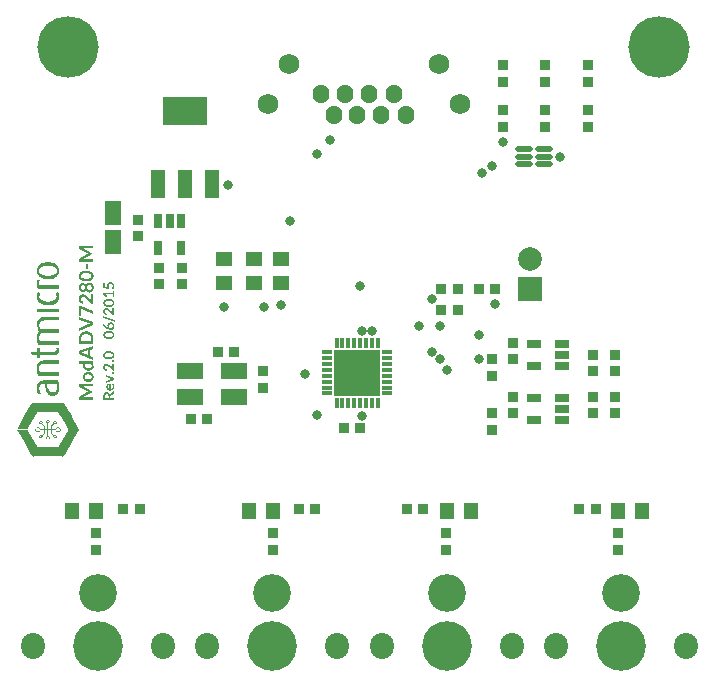
<source format=gts>
%FSLAX24Y24*%
%MOIN*%
G70*
G01*
G75*
G04 Layer_Color=8388736*
%ADD10C,0.0079*%
%ADD11R,0.0300X0.0300*%
%ADD12R,0.0300X0.0300*%
%ADD13R,0.0492X0.0768*%
%ADD14R,0.0276X0.0079*%
%ADD15R,0.1437X0.1437*%
%ADD16R,0.0079X0.0276*%
%ADD17R,0.0236X0.0394*%
%ADD18R,0.1378X0.0846*%
%ADD19R,0.0433X0.0846*%
%ADD20R,0.0433X0.0846*%
%ADD21R,0.0433X0.0236*%
%ADD22R,0.0500X0.0400*%
%ADD23O,0.0512X0.0138*%
%ADD24R,0.0400X0.0500*%
%ADD25R,0.0787X0.0472*%
%ADD26C,0.0118*%
%ADD27R,0.1400X0.0900*%
%ADD28R,0.1140X0.0550*%
%ADD29R,0.1400X0.1550*%
%ADD30C,0.1969*%
%ADD31C,0.1181*%
%ADD32C,0.1575*%
%ADD33O,0.0709X0.0787*%
%ADD34C,0.0600*%
%ADD35O,0.0472X0.0551*%
%ADD36R,0.0709X0.0709*%
%ADD37C,0.0709*%
%ADD38C,0.0236*%
%ADD39C,0.0197*%
%ADD40C,0.0039*%
%ADD41C,0.0098*%
%ADD42C,0.0100*%
%ADD43C,0.0090*%
%ADD44C,0.0050*%
%ADD45R,0.0380X0.0380*%
%ADD46R,0.0380X0.0380*%
%ADD47R,0.0572X0.0848*%
%ADD48R,0.0356X0.0159*%
%ADD49R,0.1517X0.1517*%
%ADD50R,0.0159X0.0356*%
%ADD51R,0.0316X0.0474*%
%ADD52R,0.1458X0.0926*%
%ADD53R,0.0513X0.0926*%
%ADD54R,0.0513X0.0926*%
%ADD55R,0.0513X0.0316*%
%ADD56R,0.0580X0.0480*%
%ADD57O,0.0592X0.0218*%
%ADD58R,0.0480X0.0580*%
%ADD59R,0.0867X0.0552*%
%ADD60C,0.2049*%
%ADD61C,0.1261*%
%ADD62C,0.1655*%
%ADD63O,0.0789X0.0867*%
%ADD64C,0.0680*%
%ADD65O,0.0552X0.0631*%
%ADD66R,0.0789X0.0789*%
%ADD67C,0.0789*%
%ADD68C,0.0316*%
%ADD69C,0.0277*%
G36*
X2647Y10832D02*
X2651D01*
X2661Y10832D01*
X2673Y10830D01*
X2685Y10828D01*
X2697Y10825D01*
X2710Y10821D01*
X2711D01*
X2711Y10820D01*
X2715Y10819D01*
X2721Y10816D01*
X2729Y10812D01*
X2738Y10808D01*
X2747Y10802D01*
X2757Y10795D01*
X2766Y10787D01*
X2767Y10786D01*
X2770Y10783D01*
X2774Y10778D01*
X2779Y10772D01*
X2785Y10764D01*
X2791Y10755D01*
X2796Y10745D01*
X2801Y10734D01*
Y10733D01*
X2802Y10732D01*
X2803Y10728D01*
X2805Y10722D01*
X2807Y10713D01*
X2809Y10703D01*
X2811Y10691D01*
X2813Y10678D01*
X2813Y10664D01*
Y10664D01*
Y10662D01*
Y10660D01*
Y10658D01*
X2813Y10650D01*
X2812Y10641D01*
X2811Y10630D01*
X2808Y10619D01*
X2805Y10607D01*
X2801Y10595D01*
Y10594D01*
X2801Y10593D01*
X2799Y10589D01*
X2796Y10583D01*
X2792Y10576D01*
X2787Y10568D01*
X2781Y10559D01*
X2774Y10550D01*
X2766Y10541D01*
X2765Y10541D01*
X2762Y10538D01*
X2757Y10534D01*
X2750Y10529D01*
X2742Y10523D01*
X2733Y10517D01*
X2722Y10512D01*
X2710Y10507D01*
X2709D01*
X2709Y10506D01*
X2707Y10505D01*
X2704Y10505D01*
X2697Y10503D01*
X2689Y10501D01*
X2678Y10499D01*
X2665Y10497D01*
X2651Y10495D01*
X2637Y10495D01*
X2630D01*
X2622Y10495D01*
X2613Y10496D01*
X2601Y10497D01*
X2589Y10500D01*
X2577Y10503D01*
X2564Y10507D01*
X2563D01*
X2563Y10507D01*
X2559Y10509D01*
X2553Y10512D01*
X2545Y10516D01*
X2536Y10521D01*
X2527Y10527D01*
X2518Y10533D01*
X2509Y10541D01*
X2508Y10543D01*
X2505Y10545D01*
X2501Y10550D01*
X2496Y10556D01*
X2490Y10564D01*
X2485Y10573D01*
X2479Y10583D01*
X2474Y10595D01*
Y10595D01*
X2474Y10596D01*
X2472Y10600D01*
X2470Y10607D01*
X2468Y10615D01*
X2466Y10625D01*
X2464Y10637D01*
X2462Y10650D01*
X2462Y10664D01*
Y10665D01*
Y10666D01*
Y10668D01*
Y10671D01*
X2462Y10678D01*
X2463Y10687D01*
X2465Y10698D01*
X2467Y10710D01*
X2470Y10722D01*
X2474Y10734D01*
Y10734D01*
X2475Y10735D01*
X2476Y10739D01*
X2479Y10745D01*
X2483Y10752D01*
X2488Y10760D01*
X2494Y10770D01*
X2501Y10778D01*
X2509Y10787D01*
X2510Y10788D01*
X2513Y10790D01*
X2518Y10794D01*
X2524Y10800D01*
X2532Y10805D01*
X2541Y10810D01*
X2552Y10816D01*
X2564Y10821D01*
X2565D01*
X2565Y10822D01*
X2567Y10822D01*
X2570Y10823D01*
X2577Y10825D01*
X2585Y10827D01*
X2596Y10829D01*
X2609Y10831D01*
X2622Y10832D01*
X2637Y10833D01*
X2643D01*
X2647Y10832D01*
D02*
G37*
G36*
X2808Y11138D02*
Y11137D01*
Y11135D01*
X2807Y11133D01*
X2806Y11129D01*
X2805Y11126D01*
X2802Y11122D01*
X2798Y11119D01*
X2793Y11117D01*
X2761Y11110D01*
X2762Y11109D01*
X2763Y11108D01*
X2765Y11106D01*
X2768Y11103D01*
X2775Y11096D01*
X2783Y11087D01*
X2783Y11087D01*
X2784Y11085D01*
X2786Y11083D01*
X2788Y11080D01*
X2793Y11072D01*
X2799Y11063D01*
Y11062D01*
X2801Y11061D01*
X2801Y11057D01*
X2803Y11054D01*
X2805Y11050D01*
X2807Y11045D01*
X2809Y11033D01*
Y11033D01*
X2810Y11031D01*
X2811Y11027D01*
X2811Y11023D01*
X2812Y11019D01*
X2813Y11013D01*
X2813Y11000D01*
Y10999D01*
Y10995D01*
X2813Y10990D01*
X2812Y10983D01*
X2811Y10975D01*
X2809Y10967D01*
X2806Y10957D01*
X2802Y10949D01*
X2801Y10948D01*
X2800Y10945D01*
X2797Y10941D01*
X2793Y10935D01*
X2789Y10929D01*
X2783Y10922D01*
X2776Y10916D01*
X2768Y10909D01*
X2767Y10908D01*
X2764Y10906D01*
X2759Y10903D01*
X2753Y10900D01*
X2745Y10896D01*
X2735Y10891D01*
X2725Y10887D01*
X2713Y10883D01*
X2713D01*
X2712Y10882D01*
X2710D01*
X2707Y10882D01*
X2701Y10880D01*
X2692Y10878D01*
X2681Y10876D01*
X2668Y10875D01*
X2654Y10874D01*
X2639Y10874D01*
X2632D01*
X2625Y10874D01*
X2615Y10875D01*
X2605Y10876D01*
X2593Y10878D01*
X2581Y10880D01*
X2568Y10884D01*
X2567D01*
X2567Y10884D01*
X2563Y10886D01*
X2557Y10888D01*
X2549Y10892D01*
X2540Y10896D01*
X2530Y10901D01*
X2521Y10907D01*
X2512Y10914D01*
X2510Y10914D01*
X2508Y10917D01*
X2504Y10921D01*
X2498Y10927D01*
X2492Y10934D01*
X2486Y10941D01*
X2480Y10950D01*
X2474Y10960D01*
X2474Y10961D01*
X2472Y10964D01*
X2470Y10970D01*
X2467Y10977D01*
X2465Y10987D01*
X2462Y10997D01*
X2461Y11008D01*
X2460Y11021D01*
Y11021D01*
Y11022D01*
Y11025D01*
X2461Y11031D01*
X2462Y11037D01*
X2462Y11045D01*
X2464Y11053D01*
X2466Y11061D01*
X2470Y11069D01*
X2470Y11070D01*
X2472Y11073D01*
X2474Y11077D01*
X2476Y11082D01*
X2480Y11087D01*
X2484Y11093D01*
X2494Y11106D01*
X2313D01*
Y11188D01*
X2808D01*
Y11138D01*
D02*
G37*
G36*
Y10347D02*
X2486D01*
X2478Y10347D01*
X2474D01*
X2472Y10348D01*
X2465D01*
X2457Y10349D01*
X2730Y10204D01*
X2731D01*
X2731Y10203D01*
X2735Y10200D01*
X2740Y10196D01*
X2745Y10190D01*
Y10190D01*
X2745Y10189D01*
X2747Y10185D01*
X2749Y10179D01*
X2750Y10172D01*
Y10160D01*
Y10159D01*
Y10158D01*
Y10156D01*
X2749Y10154D01*
X2748Y10147D01*
X2745Y10141D01*
X2743Y10140D01*
X2741Y10136D01*
X2736Y10132D01*
X2730Y10128D01*
X2456Y9980D01*
X2458D01*
X2460Y9981D01*
X2463D01*
X2470Y9982D01*
X2482D01*
X2484Y9982D01*
X2808D01*
Y9904D01*
X2326D01*
Y9971D01*
Y9972D01*
Y9974D01*
Y9978D01*
X2327Y9981D01*
Y9982D01*
Y9984D01*
X2328Y9989D01*
Y9990D01*
X2330Y9992D01*
X2331Y9994D01*
X2333Y9996D01*
X2334Y9996D01*
X2335Y9998D01*
X2338Y10000D01*
X2341Y10002D01*
X2608Y10146D01*
X2609D01*
X2610Y10146D01*
X2612Y10148D01*
X2615Y10149D01*
X2622Y10152D01*
X2631Y10156D01*
X2631D01*
X2633Y10156D01*
X2635Y10158D01*
X2638Y10159D01*
X2645Y10162D01*
X2653Y10166D01*
X2653D01*
X2651Y10166D01*
X2649Y10168D01*
X2646Y10168D01*
X2639Y10172D01*
X2630Y10175D01*
X2629D01*
X2628Y10176D01*
X2625Y10177D01*
X2623Y10178D01*
X2615Y10182D01*
X2607Y10186D01*
X2341Y10328D01*
X2340Y10329D01*
X2338Y10330D01*
X2336Y10331D01*
X2333Y10333D01*
X2332Y10334D01*
X2331Y10335D01*
X2330Y10337D01*
X2328Y10340D01*
Y10341D01*
X2328Y10342D01*
X2327Y10345D01*
Y10347D01*
Y10348D01*
X2326Y10351D01*
Y10354D01*
Y10358D01*
Y10426D01*
X2808D01*
Y10347D01*
D02*
G37*
G36*
X3500Y13339D02*
X3453D01*
Y13412D01*
X3227D01*
X3217Y13413D01*
X3261Y13361D01*
X3262Y13360D01*
X3262Y13359D01*
X3264Y13357D01*
X3264Y13354D01*
Y13354D01*
X3265Y13352D01*
X3266Y13350D01*
Y13348D01*
Y13347D01*
X3265Y13345D01*
X3264Y13342D01*
X3264Y13338D01*
X3263Y13338D01*
X3262Y13336D01*
X3261Y13334D01*
X3259Y13332D01*
X3232Y13313D01*
X3138Y13423D01*
Y13474D01*
X3453D01*
Y13539D01*
X3500D01*
Y13339D01*
D02*
G37*
G36*
X3386Y13821D02*
X3393Y13820D01*
X3401Y13819D01*
X3410Y13817D01*
X3419Y13814D01*
X3428Y13811D01*
X3429D01*
X3429Y13810D01*
X3433Y13809D01*
X3437Y13807D01*
X3442Y13804D01*
X3449Y13800D01*
X3456Y13795D01*
X3462Y13789D01*
X3469Y13783D01*
X3469Y13782D01*
X3471Y13780D01*
X3474Y13776D01*
X3478Y13771D01*
X3483Y13764D01*
X3487Y13757D01*
X3491Y13749D01*
X3495Y13740D01*
Y13740D01*
X3496Y13739D01*
X3496Y13738D01*
X3496Y13736D01*
X3498Y13731D01*
X3499Y13724D01*
X3501Y13716D01*
X3503Y13707D01*
X3503Y13697D01*
X3504Y13687D01*
Y13686D01*
Y13684D01*
Y13681D01*
X3503Y13676D01*
X3503Y13671D01*
X3503Y13666D01*
X3501Y13654D01*
Y13654D01*
X3500Y13652D01*
X3499Y13649D01*
X3498Y13645D01*
X3496Y13641D01*
X3495Y13636D01*
X3492Y13626D01*
X3491Y13625D01*
X3490Y13623D01*
X3489Y13621D01*
X3487Y13618D01*
X3485Y13614D01*
X3483Y13610D01*
X3478Y13601D01*
X3478Y13600D01*
X3476Y13599D01*
X3475Y13597D01*
X3473Y13594D01*
X3467Y13588D01*
X3462Y13581D01*
X3435Y13600D01*
X3435Y13600D01*
X3434Y13601D01*
X3433Y13602D01*
X3431Y13604D01*
X3428Y13609D01*
X3428Y13612D01*
X3427Y13616D01*
Y13616D01*
Y13617D01*
X3428Y13620D01*
X3428Y13624D01*
X3431Y13628D01*
Y13629D01*
X3431Y13629D01*
X3433Y13631D01*
X3433Y13633D01*
X3437Y13637D01*
X3440Y13643D01*
Y13644D01*
X3440Y13645D01*
X3442Y13647D01*
X3442Y13649D01*
X3444Y13652D01*
X3446Y13655D01*
X3449Y13663D01*
Y13663D01*
X3449Y13665D01*
X3449Y13667D01*
X3450Y13671D01*
X3451Y13675D01*
X3451Y13679D01*
X3452Y13684D01*
Y13690D01*
Y13691D01*
Y13693D01*
X3451Y13696D01*
Y13700D01*
X3451Y13705D01*
X3450Y13710D01*
X3447Y13720D01*
X3447Y13721D01*
X3446Y13722D01*
X3444Y13725D01*
X3443Y13728D01*
X3438Y13735D01*
X3431Y13742D01*
X3431Y13742D01*
X3429Y13743D01*
X3428Y13745D01*
X3425Y13747D01*
X3422Y13749D01*
X3417Y13751D01*
X3408Y13755D01*
X3408D01*
X3406Y13755D01*
X3403Y13756D01*
X3399Y13757D01*
X3395Y13758D01*
X3390Y13759D01*
X3379Y13759D01*
X3376D01*
X3374Y13759D01*
X3368Y13758D01*
X3361Y13757D01*
X3354Y13755D01*
X3347Y13752D01*
X3339Y13748D01*
X3332Y13742D01*
X3332Y13741D01*
X3330Y13739D01*
X3327Y13735D01*
X3324Y13729D01*
X3321Y13722D01*
X3318Y13714D01*
X3316Y13703D01*
X3316Y13692D01*
Y13691D01*
Y13691D01*
Y13689D01*
Y13687D01*
X3316Y13682D01*
X3317Y13675D01*
X3318Y13667D01*
X3320Y13658D01*
X3323Y13649D01*
X3327Y13639D01*
X3314Y13600D01*
X3138Y13630D01*
Y13809D01*
X3167D01*
X3169Y13808D01*
X3173Y13808D01*
X3176Y13807D01*
X3180Y13805D01*
X3183Y13803D01*
X3187Y13800D01*
X3187Y13800D01*
X3187Y13799D01*
X3189Y13797D01*
X3191Y13794D01*
X3192Y13790D01*
X3193Y13785D01*
X3194Y13780D01*
X3194Y13773D01*
Y13673D01*
X3270Y13660D01*
Y13661D01*
Y13661D01*
X3269Y13664D01*
X3268Y13669D01*
X3268Y13675D01*
X3266Y13682D01*
X3266Y13689D01*
X3265Y13705D01*
Y13705D01*
Y13706D01*
Y13708D01*
Y13710D01*
X3266Y13715D01*
X3266Y13722D01*
X3267Y13729D01*
X3268Y13738D01*
X3271Y13746D01*
X3273Y13755D01*
Y13755D01*
X3274Y13756D01*
X3275Y13758D01*
X3277Y13762D01*
X3280Y13768D01*
X3283Y13773D01*
X3287Y13779D01*
X3291Y13786D01*
X3297Y13791D01*
X3298Y13792D01*
X3300Y13794D01*
X3303Y13796D01*
X3307Y13800D01*
X3312Y13803D01*
X3318Y13807D01*
X3325Y13811D01*
X3332Y13814D01*
X3334Y13814D01*
X3336Y13815D01*
X3340Y13816D01*
X3345Y13818D01*
X3352Y13819D01*
X3359Y13820D01*
X3367Y13821D01*
X3376Y13821D01*
X3381D01*
X3386Y13821D01*
D02*
G37*
G36*
X2808Y11635D02*
Y11635D01*
Y11633D01*
Y11631D01*
X2807Y11629D01*
X2806Y11623D01*
X2803Y11616D01*
X2801Y11615D01*
X2799Y11612D01*
X2794Y11609D01*
X2788Y11606D01*
X2689Y11570D01*
Y11370D01*
X2788Y11334D01*
X2789Y11334D01*
X2793Y11332D01*
X2797Y11329D01*
X2802Y11324D01*
Y11323D01*
X2803Y11322D01*
X2805Y11318D01*
X2807Y11312D01*
X2808Y11304D01*
Y11235D01*
X2326Y11424D01*
Y11516D01*
X2808Y11705D01*
Y11635D01*
D02*
G37*
G36*
Y13091D02*
X2779D01*
X2775Y13092D01*
X2770Y13093D01*
X2764Y13095D01*
X2763D01*
X2763Y13095D01*
X2758Y13097D01*
X2753Y13101D01*
X2747Y13106D01*
X2600Y13252D01*
X2599Y13253D01*
X2597Y13255D01*
X2593Y13259D01*
X2589Y13263D01*
X2583Y13268D01*
X2577Y13274D01*
X2565Y13284D01*
X2564Y13285D01*
X2562Y13287D01*
X2558Y13290D01*
X2554Y13293D01*
X2549Y13297D01*
X2543Y13301D01*
X2531Y13309D01*
X2530Y13310D01*
X2528Y13310D01*
X2525Y13312D01*
X2520Y13314D01*
X2516Y13317D01*
X2510Y13320D01*
X2498Y13324D01*
X2497D01*
X2494Y13324D01*
X2491Y13326D01*
X2486Y13326D01*
X2481Y13328D01*
X2475Y13328D01*
X2461Y13329D01*
X2455D01*
X2451Y13328D01*
X2441Y13327D01*
X2431Y13324D01*
X2430D01*
X2429Y13323D01*
X2426Y13322D01*
X2423Y13320D01*
X2416Y13316D01*
X2409Y13310D01*
X2408Y13309D01*
X2408Y13308D01*
X2406Y13306D01*
X2404Y13304D01*
X2399Y13296D01*
X2395Y13288D01*
Y13287D01*
X2394Y13286D01*
X2394Y13283D01*
X2392Y13280D01*
X2392Y13275D01*
X2391Y13271D01*
X2390Y13259D01*
Y13258D01*
Y13255D01*
X2391Y13249D01*
X2392Y13242D01*
X2394Y13234D01*
X2397Y13226D01*
X2400Y13218D01*
X2406Y13210D01*
X2406Y13209D01*
X2408Y13207D01*
X2412Y13204D01*
X2416Y13200D01*
X2422Y13195D01*
X2429Y13191D01*
X2436Y13187D01*
X2446Y13183D01*
X2446D01*
X2448Y13183D01*
X2450Y13182D01*
X2453Y13181D01*
X2459Y13177D01*
X2464Y13173D01*
X2465Y13171D01*
X2467Y13167D01*
X2469Y13162D01*
X2470Y13154D01*
Y13153D01*
Y13151D01*
X2469Y13147D01*
X2468Y13143D01*
X2461Y13099D01*
X2460D01*
X2458Y13100D01*
X2455Y13101D01*
X2448Y13102D01*
X2440Y13104D01*
X2431Y13107D01*
X2421Y13110D01*
X2410Y13114D01*
X2400Y13119D01*
X2399Y13119D01*
X2396Y13121D01*
X2391Y13125D01*
X2385Y13129D01*
X2378Y13134D01*
X2370Y13140D01*
X2363Y13147D01*
X2356Y13155D01*
X2356Y13155D01*
X2354Y13159D01*
X2350Y13163D01*
X2346Y13169D01*
X2342Y13176D01*
X2338Y13185D01*
X2334Y13194D01*
X2330Y13204D01*
X2330Y13205D01*
X2329Y13209D01*
X2328Y13215D01*
X2326Y13222D01*
X2324Y13231D01*
X2322Y13241D01*
X2322Y13252D01*
X2321Y13264D01*
Y13265D01*
Y13265D01*
Y13269D01*
X2322Y13276D01*
X2322Y13284D01*
X2324Y13293D01*
X2325Y13304D01*
X2328Y13314D01*
X2331Y13324D01*
X2332Y13326D01*
X2333Y13329D01*
X2335Y13334D01*
X2338Y13341D01*
X2342Y13348D01*
X2347Y13356D01*
X2352Y13364D01*
X2359Y13372D01*
X2360Y13372D01*
X2362Y13375D01*
X2366Y13378D01*
X2371Y13383D01*
X2378Y13388D01*
X2385Y13393D01*
X2393Y13398D01*
X2402Y13402D01*
X2404Y13403D01*
X2407Y13404D01*
X2412Y13406D01*
X2419Y13408D01*
X2427Y13410D01*
X2436Y13412D01*
X2447Y13413D01*
X2458Y13414D01*
X2463D01*
X2468Y13413D01*
X2474D01*
X2482Y13412D01*
X2490Y13410D01*
X2499Y13408D01*
X2508Y13406D01*
X2508Y13405D01*
X2512Y13404D01*
X2516Y13402D01*
X2522Y13400D01*
X2528Y13397D01*
X2535Y13393D01*
X2551Y13384D01*
X2551Y13384D01*
X2554Y13382D01*
X2558Y13380D01*
X2563Y13376D01*
X2569Y13371D01*
X2576Y13366D01*
X2583Y13360D01*
X2591Y13354D01*
X2591Y13353D01*
X2594Y13351D01*
X2598Y13347D01*
X2603Y13342D01*
X2609Y13337D01*
X2615Y13331D01*
X2630Y13317D01*
X2741Y13209D01*
Y13209D01*
X2741Y13211D01*
X2740Y13215D01*
X2739Y13219D01*
X2737Y13223D01*
X2736Y13229D01*
X2734Y13240D01*
Y13241D01*
X2733Y13243D01*
Y13245D01*
X2733Y13249D01*
X2732Y13259D01*
X2731Y13269D01*
Y13392D01*
Y13393D01*
Y13394D01*
X2732Y13397D01*
Y13400D01*
X2735Y13407D01*
X2737Y13410D01*
X2739Y13414D01*
Y13414D01*
X2741Y13415D01*
X2745Y13418D01*
X2751Y13420D01*
X2755Y13422D01*
X2808D01*
Y13091D01*
D02*
G37*
G36*
X2684Y13809D02*
X2692Y13809D01*
X2701Y13807D01*
X2711Y13805D01*
X2721Y13801D01*
X2731Y13797D01*
X2732Y13797D01*
X2735Y13795D01*
X2740Y13793D01*
X2746Y13789D01*
X2753Y13784D01*
X2761Y13778D01*
X2768Y13771D01*
X2775Y13763D01*
X2776Y13763D01*
X2778Y13759D01*
X2781Y13755D01*
X2785Y13749D01*
X2790Y13741D01*
X2795Y13732D01*
X2799Y13722D01*
X2803Y13711D01*
X2804Y13709D01*
X2805Y13705D01*
X2807Y13699D01*
X2808Y13691D01*
X2810Y13681D01*
X2812Y13669D01*
X2813Y13656D01*
X2813Y13643D01*
Y13642D01*
Y13641D01*
Y13639D01*
Y13637D01*
X2813Y13629D01*
X2812Y13620D01*
X2811Y13610D01*
X2809Y13598D01*
X2807Y13586D01*
X2803Y13574D01*
X2803Y13573D01*
X2801Y13569D01*
X2799Y13564D01*
X2796Y13556D01*
X2792Y13548D01*
X2787Y13539D01*
X2782Y13530D01*
X2775Y13522D01*
X2775Y13521D01*
X2772Y13518D01*
X2768Y13514D01*
X2763Y13509D01*
X2756Y13504D01*
X2749Y13498D01*
X2740Y13492D01*
X2731Y13488D01*
X2729Y13487D01*
X2726Y13486D01*
X2721Y13484D01*
X2713Y13482D01*
X2705Y13480D01*
X2695Y13478D01*
X2684Y13476D01*
X2673Y13476D01*
X2669D01*
X2665Y13476D01*
X2662D01*
X2657Y13477D01*
X2647Y13478D01*
X2636Y13481D01*
X2624Y13484D01*
X2612Y13490D01*
X2601Y13496D01*
X2600D01*
X2599Y13498D01*
X2596Y13500D01*
X2591Y13506D01*
X2584Y13512D01*
X2577Y13522D01*
X2570Y13533D01*
X2563Y13546D01*
X2557Y13562D01*
Y13561D01*
X2556Y13560D01*
X2555Y13558D01*
X2554Y13556D01*
X2551Y13550D01*
X2546Y13542D01*
X2540Y13533D01*
X2533Y13524D01*
X2525Y13516D01*
X2516Y13509D01*
X2514Y13508D01*
X2511Y13506D01*
X2505Y13504D01*
X2497Y13500D01*
X2488Y13497D01*
X2476Y13494D01*
X2464Y13492D01*
X2450Y13492D01*
X2446D01*
X2440Y13492D01*
X2434Y13493D01*
X2426Y13494D01*
X2418Y13496D01*
X2408Y13499D01*
X2400Y13502D01*
X2398Y13503D01*
X2396Y13504D01*
X2391Y13507D01*
X2386Y13510D01*
X2379Y13515D01*
X2372Y13520D01*
X2365Y13526D01*
X2358Y13534D01*
X2358Y13534D01*
X2356Y13537D01*
X2352Y13542D01*
X2348Y13547D01*
X2344Y13554D01*
X2340Y13562D01*
X2335Y13572D01*
X2331Y13582D01*
X2330Y13583D01*
X2330Y13586D01*
X2328Y13592D01*
X2326Y13600D01*
X2324Y13609D01*
X2322Y13620D01*
X2322Y13631D01*
X2321Y13643D01*
Y13643D01*
Y13644D01*
Y13648D01*
X2322Y13655D01*
X2322Y13663D01*
X2324Y13672D01*
X2325Y13683D01*
X2328Y13693D01*
X2331Y13703D01*
X2332Y13705D01*
X2333Y13708D01*
X2335Y13713D01*
X2338Y13720D01*
X2342Y13727D01*
X2347Y13735D01*
X2352Y13743D01*
X2358Y13751D01*
X2359Y13752D01*
X2362Y13755D01*
X2365Y13758D01*
X2370Y13763D01*
X2376Y13768D01*
X2383Y13773D01*
X2391Y13778D01*
X2400Y13783D01*
X2401Y13783D01*
X2404Y13785D01*
X2408Y13786D01*
X2415Y13789D01*
X2422Y13791D01*
X2431Y13792D01*
X2440Y13793D01*
X2450Y13794D01*
X2457D01*
X2464Y13793D01*
X2473Y13792D01*
X2483Y13789D01*
X2494Y13787D01*
X2505Y13782D01*
X2516Y13776D01*
X2517Y13775D01*
X2520Y13773D01*
X2525Y13769D01*
X2531Y13763D01*
X2537Y13755D01*
X2544Y13747D01*
X2551Y13736D01*
X2557Y13723D01*
Y13724D01*
X2557Y13725D01*
X2558Y13727D01*
X2559Y13731D01*
X2563Y13739D01*
X2567Y13748D01*
X2574Y13759D01*
X2581Y13770D01*
X2590Y13780D01*
X2601Y13789D01*
X2602Y13789D01*
X2606Y13792D01*
X2612Y13795D01*
X2621Y13799D01*
X2631Y13803D01*
X2643Y13807D01*
X2657Y13809D01*
X2673Y13810D01*
X2678D01*
X2684Y13809D01*
D02*
G37*
G36*
X2372Y13041D02*
X2380Y13041D01*
X2388Y13038D01*
X2389D01*
X2390Y13037D01*
X2394Y13036D01*
X2399Y13034D01*
X2404Y13031D01*
X2780Y12850D01*
X2781D01*
X2782Y12848D01*
X2784Y12847D01*
X2787Y12846D01*
X2793Y12840D01*
X2800Y12833D01*
Y12832D01*
X2801Y12831D01*
X2803Y12829D01*
X2804Y12826D01*
X2805Y12822D01*
X2807Y12817D01*
X2807Y12812D01*
X2808Y12806D01*
Y12746D01*
X2440Y12932D01*
X2439Y12933D01*
X2436Y12934D01*
X2432Y12937D01*
X2427Y12940D01*
X2421Y12944D01*
X2414Y12948D01*
X2401Y12958D01*
Y12728D01*
Y12726D01*
X2400Y12723D01*
X2399Y12719D01*
X2396Y12714D01*
X2394Y12714D01*
X2392Y12712D01*
X2388Y12710D01*
X2382Y12709D01*
X2326D01*
Y13042D01*
X2368D01*
X2372Y13041D01*
D02*
G37*
G36*
X2581Y12182D02*
X2586D01*
X2593Y12181D01*
X2599Y12180D01*
X2614Y12178D01*
X2631Y12175D01*
X2647Y12170D01*
X2665Y12164D01*
X2665D01*
X2667Y12164D01*
X2669Y12162D01*
X2672Y12161D01*
X2676Y12160D01*
X2680Y12157D01*
X2691Y12152D01*
X2703Y12145D01*
X2715Y12136D01*
X2728Y12126D01*
X2741Y12115D01*
X2741Y12114D01*
X2742Y12114D01*
X2744Y12112D01*
X2746Y12109D01*
X2752Y12102D01*
X2759Y12094D01*
X2767Y12082D01*
X2775Y12069D01*
X2783Y12054D01*
X2791Y12038D01*
Y12037D01*
X2791Y12036D01*
X2792Y12033D01*
X2793Y12030D01*
X2795Y12026D01*
X2796Y12021D01*
X2798Y12015D01*
X2799Y12008D01*
X2803Y11994D01*
X2805Y11977D01*
X2807Y11959D01*
X2808Y11939D01*
Y11755D01*
X2326D01*
Y11939D01*
Y11939D01*
Y11941D01*
Y11944D01*
Y11948D01*
X2327Y11953D01*
Y11959D01*
X2328Y11964D01*
X2328Y11971D01*
X2331Y11986D01*
X2334Y12003D01*
X2338Y12020D01*
X2344Y12038D01*
Y12038D01*
X2345Y12040D01*
X2346Y12042D01*
X2348Y12045D01*
X2350Y12049D01*
X2352Y12054D01*
X2357Y12064D01*
X2364Y12076D01*
X2373Y12090D01*
X2383Y12102D01*
X2394Y12115D01*
X2395Y12116D01*
X2396Y12116D01*
X2398Y12118D01*
X2400Y12120D01*
X2406Y12126D01*
X2416Y12133D01*
X2426Y12141D01*
X2440Y12150D01*
X2454Y12157D01*
X2470Y12164D01*
X2471D01*
X2472Y12165D01*
X2475Y12166D01*
X2478Y12167D01*
X2482Y12168D01*
X2487Y12170D01*
X2493Y12172D01*
X2499Y12174D01*
X2514Y12176D01*
X2530Y12180D01*
X2548Y12182D01*
X2567Y12182D01*
X2576D01*
X2581Y12182D01*
D02*
G37*
G36*
X2808Y12481D02*
Y12400D01*
X2326Y12206D01*
Y12278D01*
Y12278D01*
Y12280D01*
Y12282D01*
X2327Y12284D01*
X2329Y12291D01*
X2332Y12297D01*
Y12297D01*
X2333Y12298D01*
X2336Y12301D01*
X2341Y12304D01*
X2347Y12307D01*
X2641Y12421D01*
X2641D01*
X2643Y12422D01*
X2646Y12423D01*
X2650Y12424D01*
X2655Y12426D01*
X2660Y12428D01*
X2672Y12431D01*
X2673D01*
X2675Y12432D01*
X2679Y12433D01*
X2683Y12435D01*
X2689Y12436D01*
X2695Y12438D01*
X2708Y12441D01*
X2707D01*
X2706Y12442D01*
X2704D01*
X2701Y12443D01*
X2695Y12445D01*
X2685Y12447D01*
X2675Y12449D01*
X2663Y12453D01*
X2652Y12457D01*
X2641Y12461D01*
X2347Y12573D01*
X2346D01*
X2346Y12574D01*
X2342Y12576D01*
X2338Y12579D01*
X2333Y12584D01*
Y12585D01*
X2332Y12585D01*
X2330Y12589D01*
X2328Y12595D01*
X2326Y12603D01*
Y12675D01*
X2808Y12481D01*
D02*
G37*
G36*
X3331Y13259D02*
X3336D01*
X3341Y13258D01*
X3347Y13258D01*
X3360Y13257D01*
X3374Y13255D01*
X3388Y13252D01*
X3401Y13249D01*
X3402D01*
X3403Y13248D01*
X3405Y13248D01*
X3408Y13247D01*
X3410Y13246D01*
X3414Y13245D01*
X3422Y13242D01*
X3431Y13238D01*
X3440Y13233D01*
X3451Y13227D01*
X3460Y13221D01*
X3460Y13220D01*
X3463Y13218D01*
X3467Y13214D01*
X3472Y13209D01*
X3478Y13203D01*
X3483Y13196D01*
X3489Y13188D01*
X3493Y13179D01*
Y13178D01*
X3494Y13178D01*
X3494Y13176D01*
X3494Y13175D01*
X3496Y13170D01*
X3498Y13163D01*
X3501Y13155D01*
X3503Y13146D01*
X3503Y13137D01*
X3504Y13126D01*
Y13126D01*
Y13125D01*
Y13123D01*
Y13121D01*
X3503Y13116D01*
X3503Y13109D01*
X3501Y13101D01*
X3499Y13092D01*
X3496Y13083D01*
X3493Y13074D01*
Y13073D01*
X3492Y13073D01*
X3491Y13070D01*
X3489Y13065D01*
X3485Y13060D01*
X3480Y13053D01*
X3474Y13046D01*
X3467Y13039D01*
X3460Y13032D01*
X3459D01*
X3458Y13031D01*
X3457Y13030D01*
X3456Y13029D01*
X3451Y13026D01*
X3444Y13022D01*
X3435Y13017D01*
X3426Y13013D01*
X3414Y13008D01*
X3401Y13004D01*
X3401D01*
X3400Y13004D01*
X3398Y13003D01*
X3395Y13003D01*
X3392Y13002D01*
X3388Y13001D01*
X3383Y13000D01*
X3378Y12999D01*
X3372Y12998D01*
X3366Y12997D01*
X3352Y12996D01*
X3336Y12995D01*
X3320Y12994D01*
X3311D01*
X3307Y12995D01*
X3302D01*
X3298Y12995D01*
X3291Y12996D01*
X3279Y12997D01*
X3265Y12998D01*
X3251Y13001D01*
X3237Y13004D01*
X3237D01*
X3236Y13005D01*
X3234Y13005D01*
X3232Y13006D01*
X3228Y13007D01*
X3225Y13008D01*
X3217Y13011D01*
X3208Y13015D01*
X3198Y13020D01*
X3189Y13026D01*
X3180Y13032D01*
X3180D01*
X3179Y13033D01*
X3176Y13035D01*
X3172Y13039D01*
X3167Y13044D01*
X3162Y13050D01*
X3156Y13057D01*
X3151Y13065D01*
X3146Y13074D01*
Y13074D01*
X3146Y13075D01*
X3145Y13076D01*
X3144Y13078D01*
X3142Y13083D01*
X3140Y13089D01*
X3138Y13097D01*
X3137Y13106D01*
X3135Y13116D01*
X3135Y13126D01*
Y13127D01*
Y13128D01*
Y13129D01*
Y13131D01*
X3135Y13136D01*
X3136Y13143D01*
X3137Y13151D01*
X3140Y13160D01*
X3142Y13169D01*
X3146Y13179D01*
Y13179D01*
X3146Y13180D01*
X3148Y13183D01*
X3151Y13187D01*
X3155Y13193D01*
X3159Y13200D01*
X3165Y13207D01*
X3172Y13214D01*
X3180Y13221D01*
X3181Y13222D01*
X3184Y13224D01*
X3189Y13227D01*
X3196Y13231D01*
X3204Y13236D01*
X3214Y13240D01*
X3225Y13245D01*
X3237Y13249D01*
X3238D01*
X3239Y13249D01*
X3241Y13250D01*
X3243Y13250D01*
X3247Y13251D01*
X3251Y13252D01*
X3255Y13253D01*
X3261Y13254D01*
X3266Y13255D01*
X3273Y13256D01*
X3286Y13258D01*
X3302Y13259D01*
X3320Y13259D01*
X3327D01*
X3331Y13259D01*
D02*
G37*
G36*
X3471Y10821D02*
X3476Y10820D01*
X3481Y10818D01*
X3482D01*
X3482Y10818D01*
X3485Y10816D01*
X3489Y10814D01*
X3493Y10810D01*
X3494Y10809D01*
X3496Y10807D01*
X3498Y10803D01*
X3501Y10798D01*
Y10798D01*
X3501Y10797D01*
X3501Y10796D01*
X3502Y10794D01*
X3503Y10789D01*
X3503Y10783D01*
Y10783D01*
Y10782D01*
Y10780D01*
X3503Y10778D01*
X3502Y10774D01*
X3501Y10768D01*
Y10768D01*
X3500Y10767D01*
X3498Y10764D01*
X3496Y10760D01*
X3493Y10756D01*
X3492Y10755D01*
X3489Y10753D01*
X3486Y10751D01*
X3481Y10748D01*
X3480D01*
X3480Y10748D01*
X3478Y10747D01*
X3476Y10747D01*
X3471Y10746D01*
X3466Y10745D01*
X3463D01*
X3462Y10746D01*
X3456Y10747D01*
X3451Y10748D01*
X3451D01*
X3451Y10749D01*
X3447Y10750D01*
X3444Y10753D01*
X3440Y10756D01*
X3438Y10757D01*
X3437Y10760D01*
X3434Y10763D01*
X3431Y10768D01*
Y10769D01*
X3431Y10769D01*
X3431Y10771D01*
X3429Y10773D01*
X3428Y10778D01*
X3428Y10783D01*
Y10784D01*
Y10785D01*
Y10786D01*
X3428Y10788D01*
X3429Y10793D01*
X3431Y10798D01*
Y10799D01*
X3432Y10799D01*
X3433Y10802D01*
X3436Y10806D01*
X3440Y10810D01*
X3440Y10811D01*
X3443Y10813D01*
X3447Y10816D01*
X3451Y10818D01*
X3452D01*
X3453Y10819D01*
X3454Y10819D01*
X3456Y10820D01*
X3460Y10821D01*
X3466Y10821D01*
X3469D01*
X3471Y10821D01*
D02*
G37*
G36*
X3500Y10861D02*
X3478D01*
X3476Y10861D01*
X3471Y10862D01*
X3467Y10863D01*
X3467D01*
X3466Y10864D01*
X3462Y10865D01*
X3458Y10868D01*
X3454Y10872D01*
X3344Y10981D01*
X3343Y10982D01*
X3341Y10984D01*
X3339Y10986D01*
X3336Y10990D01*
X3331Y10993D01*
X3327Y10998D01*
X3318Y11006D01*
X3317Y11006D01*
X3316Y11008D01*
X3313Y11010D01*
X3309Y11012D01*
X3305Y11015D01*
X3301Y11018D01*
X3292Y11024D01*
X3291Y11025D01*
X3290Y11025D01*
X3288Y11027D01*
X3284Y11028D01*
X3280Y11030D01*
X3276Y11032D01*
X3267Y11035D01*
X3266D01*
X3264Y11036D01*
X3262Y11037D01*
X3259Y11037D01*
X3255Y11038D01*
X3250Y11039D01*
X3239Y11039D01*
X3235D01*
X3232Y11039D01*
X3225Y11038D01*
X3217Y11035D01*
X3216D01*
X3216Y11035D01*
X3214Y11034D01*
X3211Y11033D01*
X3206Y11029D01*
X3201Y11025D01*
X3200Y11024D01*
X3200Y11024D01*
X3198Y11022D01*
X3196Y11020D01*
X3193Y11015D01*
X3190Y11008D01*
Y11008D01*
X3189Y11007D01*
X3189Y11005D01*
X3188Y11002D01*
X3187Y10999D01*
X3187Y10995D01*
X3187Y10987D01*
Y10986D01*
Y10983D01*
X3187Y10979D01*
X3188Y10974D01*
X3189Y10968D01*
X3192Y10962D01*
X3194Y10956D01*
X3198Y10950D01*
X3198Y10949D01*
X3200Y10947D01*
X3203Y10945D01*
X3206Y10942D01*
X3210Y10939D01*
X3216Y10935D01*
X3221Y10932D01*
X3228Y10930D01*
X3228D01*
X3230Y10929D01*
X3231Y10929D01*
X3234Y10928D01*
X3238Y10925D01*
X3242Y10922D01*
X3243Y10921D01*
X3244Y10918D01*
X3246Y10914D01*
X3246Y10908D01*
Y10907D01*
Y10905D01*
X3246Y10902D01*
X3245Y10899D01*
X3239Y10867D01*
X3239D01*
X3237Y10867D01*
X3235Y10868D01*
X3230Y10869D01*
X3224Y10870D01*
X3217Y10872D01*
X3210Y10875D01*
X3201Y10878D01*
X3194Y10881D01*
X3193Y10882D01*
X3191Y10883D01*
X3187Y10886D01*
X3183Y10889D01*
X3177Y10893D01*
X3171Y10897D01*
X3166Y10903D01*
X3161Y10908D01*
X3160Y10909D01*
X3159Y10911D01*
X3156Y10914D01*
X3153Y10919D01*
X3151Y10924D01*
X3147Y10931D01*
X3144Y10938D01*
X3142Y10945D01*
X3141Y10946D01*
X3140Y10949D01*
X3140Y10953D01*
X3138Y10959D01*
X3137Y10965D01*
X3135Y10973D01*
X3135Y10981D01*
X3135Y10990D01*
Y10991D01*
Y10991D01*
Y10994D01*
X3135Y10999D01*
X3135Y11005D01*
X3137Y11012D01*
X3137Y11020D01*
X3140Y11028D01*
X3142Y11036D01*
X3142Y11037D01*
X3144Y11039D01*
X3145Y11043D01*
X3147Y11048D01*
X3151Y11054D01*
X3154Y11060D01*
X3158Y11066D01*
X3163Y11071D01*
X3164Y11072D01*
X3165Y11074D01*
X3169Y11076D01*
X3172Y11080D01*
X3177Y11083D01*
X3183Y11087D01*
X3189Y11091D01*
X3196Y11094D01*
X3196Y11095D01*
X3199Y11096D01*
X3203Y11097D01*
X3208Y11099D01*
X3214Y11100D01*
X3221Y11101D01*
X3229Y11102D01*
X3237Y11103D01*
X3241D01*
X3244Y11102D01*
X3250D01*
X3255Y11101D01*
X3262Y11100D01*
X3268Y11099D01*
X3275Y11097D01*
X3275Y11096D01*
X3277Y11096D01*
X3280Y11094D01*
X3285Y11093D01*
X3290Y11090D01*
X3295Y11087D01*
X3307Y11081D01*
X3307Y11080D01*
X3309Y11079D01*
X3313Y11077D01*
X3316Y11074D01*
X3321Y11071D01*
X3326Y11067D01*
X3331Y11063D01*
X3337Y11058D01*
X3338Y11057D01*
X3340Y11056D01*
X3343Y11053D01*
X3346Y11049D01*
X3350Y11045D01*
X3356Y11041D01*
X3367Y11030D01*
X3450Y10949D01*
Y10949D01*
X3449Y10951D01*
X3449Y10953D01*
X3448Y10956D01*
X3447Y10960D01*
X3446Y10964D01*
X3444Y10972D01*
Y10973D01*
X3444Y10974D01*
Y10976D01*
X3444Y10979D01*
X3443Y10986D01*
X3442Y10994D01*
Y11087D01*
Y11087D01*
Y11088D01*
X3443Y11090D01*
Y11093D01*
X3445Y11098D01*
X3447Y11100D01*
X3449Y11103D01*
Y11103D01*
X3449Y11104D01*
X3453Y11106D01*
X3457Y11108D01*
X3460Y11109D01*
X3500D01*
Y10861D01*
D02*
G37*
G36*
Y10622D02*
Y10566D01*
X3243Y10464D01*
Y10515D01*
Y10515D01*
Y10516D01*
X3244Y10519D01*
X3245Y10523D01*
X3247Y10526D01*
X3248Y10527D01*
X3249Y10529D01*
X3252Y10531D01*
X3255Y10533D01*
X3392Y10582D01*
X3392D01*
X3394Y10583D01*
X3397Y10584D01*
X3399Y10585D01*
X3403Y10586D01*
X3407Y10587D01*
X3415Y10589D01*
X3416D01*
X3417Y10590D01*
X3419Y10590D01*
X3422Y10591D01*
X3426Y10592D01*
X3430Y10593D01*
X3438Y10594D01*
X3438D01*
X3437Y10595D01*
X3434Y10595D01*
X3431Y10596D01*
X3428Y10597D01*
X3424Y10597D01*
X3415Y10599D01*
X3415D01*
X3413Y10600D01*
X3411Y10600D01*
X3408Y10601D01*
X3404Y10602D01*
X3401Y10604D01*
X3392Y10607D01*
X3255Y10658D01*
X3254Y10658D01*
X3252Y10659D01*
X3250Y10661D01*
X3247Y10664D01*
X3246Y10665D01*
X3245Y10667D01*
X3244Y10670D01*
X3243Y10675D01*
Y10723D01*
X3500Y10622D01*
D02*
G37*
G36*
Y10126D02*
Y10125D01*
Y10124D01*
Y10123D01*
X3499Y10121D01*
X3498Y10116D01*
X3496Y10111D01*
Y10110D01*
X3496Y10110D01*
X3494Y10107D01*
X3491Y10104D01*
X3487Y10100D01*
X3370Y10024D01*
X3370D01*
X3370Y10024D01*
X3367Y10022D01*
X3364Y10019D01*
X3361Y10015D01*
X3361Y10014D01*
X3360Y10011D01*
X3359Y10006D01*
X3359Y10000D01*
Y9971D01*
X3500D01*
Y9904D01*
X3138D01*
Y10014D01*
Y10015D01*
Y10016D01*
Y10018D01*
Y10020D01*
Y10024D01*
X3138Y10027D01*
X3139Y10036D01*
X3140Y10046D01*
X3142Y10056D01*
X3144Y10067D01*
X3146Y10077D01*
Y10078D01*
X3146Y10078D01*
X3147Y10080D01*
X3147Y10082D01*
X3149Y10087D01*
X3151Y10093D01*
X3155Y10100D01*
X3158Y10107D01*
X3162Y10114D01*
X3167Y10121D01*
X3168Y10122D01*
X3170Y10124D01*
X3173Y10127D01*
X3176Y10130D01*
X3182Y10134D01*
X3187Y10138D01*
X3194Y10142D01*
X3201Y10145D01*
X3201Y10146D01*
X3204Y10147D01*
X3207Y10148D01*
X3213Y10149D01*
X3219Y10151D01*
X3226Y10152D01*
X3234Y10153D01*
X3243Y10153D01*
X3246D01*
X3249Y10153D01*
X3253D01*
X3259Y10152D01*
X3264Y10151D01*
X3271Y10150D01*
X3277Y10148D01*
X3277D01*
X3280Y10147D01*
X3283Y10146D01*
X3286Y10144D01*
X3291Y10142D01*
X3296Y10139D01*
X3302Y10136D01*
X3307Y10132D01*
X3307Y10132D01*
X3309Y10130D01*
X3311Y10128D01*
X3314Y10125D01*
X3318Y10122D01*
X3322Y10118D01*
X3325Y10113D01*
X3329Y10107D01*
X3330Y10107D01*
X3331Y10105D01*
X3333Y10102D01*
X3335Y10098D01*
X3338Y10093D01*
X3340Y10087D01*
X3343Y10081D01*
X3345Y10074D01*
X3346Y10074D01*
X3347Y10076D01*
X3349Y10078D01*
X3351Y10081D01*
X3354Y10085D01*
X3358Y10088D01*
X3361Y10092D01*
X3367Y10096D01*
X3500Y10186D01*
Y10126D01*
D02*
G37*
G36*
X3365Y10442D02*
X3368Y10442D01*
X3368D01*
X3370Y10441D01*
X3373Y10441D01*
X3376Y10440D01*
X3376Y10439D01*
X3377Y10439D01*
X3378Y10437D01*
X3379Y10435D01*
Y10435D01*
X3379Y10433D01*
X3380Y10431D01*
Y10428D01*
Y10270D01*
X3381D01*
X3384Y10270D01*
X3386Y10271D01*
X3390Y10271D01*
X3393Y10272D01*
X3402Y10274D01*
X3411Y10276D01*
X3421Y10280D01*
X3430Y10285D01*
X3438Y10291D01*
X3439Y10292D01*
X3441Y10295D01*
X3444Y10299D01*
X3447Y10304D01*
X3451Y10311D01*
X3453Y10320D01*
X3455Y10329D01*
X3456Y10340D01*
Y10341D01*
Y10343D01*
Y10346D01*
X3456Y10349D01*
X3455Y10357D01*
X3453Y10366D01*
Y10366D01*
X3453Y10368D01*
X3451Y10370D01*
X3451Y10372D01*
X3449Y10378D01*
X3446Y10385D01*
Y10385D01*
X3444Y10386D01*
X3444Y10388D01*
X3443Y10390D01*
X3440Y10394D01*
X3438Y10399D01*
Y10400D01*
X3437Y10400D01*
X3435Y10403D01*
X3435Y10407D01*
X3434Y10411D01*
Y10412D01*
Y10413D01*
X3435Y10415D01*
X3435Y10417D01*
X3436Y10418D01*
X3437Y10419D01*
X3440Y10422D01*
X3462Y10440D01*
X3462Y10440D01*
X3464Y10439D01*
X3466Y10436D01*
X3469Y10434D01*
X3473Y10430D01*
X3476Y10426D01*
X3483Y10417D01*
X3483Y10417D01*
X3484Y10415D01*
X3485Y10413D01*
X3487Y10409D01*
X3489Y10405D01*
X3492Y10401D01*
X3496Y10391D01*
Y10390D01*
X3496Y10388D01*
X3497Y10386D01*
X3498Y10382D01*
X3499Y10378D01*
X3500Y10373D01*
X3502Y10362D01*
Y10362D01*
X3503Y10360D01*
Y10357D01*
X3503Y10354D01*
X3503Y10349D01*
Y10345D01*
X3504Y10335D01*
Y10334D01*
Y10334D01*
Y10332D01*
Y10330D01*
X3503Y10325D01*
X3503Y10318D01*
X3502Y10311D01*
X3501Y10302D01*
X3498Y10294D01*
X3496Y10285D01*
X3495Y10284D01*
X3494Y10281D01*
X3492Y10277D01*
X3489Y10271D01*
X3485Y10265D01*
X3480Y10258D01*
X3475Y10251D01*
X3469Y10245D01*
X3468Y10244D01*
X3466Y10242D01*
X3462Y10239D01*
X3457Y10235D01*
X3451Y10231D01*
X3444Y10226D01*
X3435Y10222D01*
X3426Y10218D01*
X3426D01*
X3425Y10217D01*
X3424Y10217D01*
X3422Y10216D01*
X3416Y10215D01*
X3409Y10213D01*
X3401Y10211D01*
X3390Y10210D01*
X3379Y10209D01*
X3367Y10208D01*
X3362D01*
X3357Y10209D01*
X3350Y10209D01*
X3343Y10210D01*
X3335Y10212D01*
X3326Y10214D01*
X3318Y10217D01*
X3317D01*
X3316Y10217D01*
X3313Y10218D01*
X3309Y10220D01*
X3304Y10223D01*
X3298Y10226D01*
X3291Y10231D01*
X3284Y10236D01*
X3277Y10241D01*
X3276Y10242D01*
X3274Y10244D01*
X3271Y10248D01*
X3267Y10252D01*
X3263Y10258D01*
X3259Y10264D01*
X3254Y10272D01*
X3250Y10280D01*
Y10280D01*
X3250Y10281D01*
X3248Y10284D01*
X3246Y10289D01*
X3244Y10295D01*
X3243Y10303D01*
X3241Y10311D01*
X3240Y10321D01*
X3239Y10332D01*
Y10332D01*
Y10333D01*
Y10336D01*
X3240Y10340D01*
X3241Y10346D01*
X3241Y10353D01*
X3243Y10361D01*
X3245Y10368D01*
X3248Y10376D01*
X3248Y10377D01*
X3249Y10380D01*
X3251Y10384D01*
X3253Y10388D01*
X3257Y10394D01*
X3261Y10400D01*
X3265Y10406D01*
X3271Y10411D01*
X3271Y10412D01*
X3273Y10414D01*
X3276Y10416D01*
X3280Y10420D01*
X3286Y10423D01*
X3292Y10427D01*
X3299Y10431D01*
X3307Y10434D01*
X3308Y10435D01*
X3311Y10436D01*
X3316Y10437D01*
X3321Y10439D01*
X3329Y10440D01*
X3337Y10441D01*
X3347Y10442D01*
X3356Y10443D01*
X3361D01*
X3365Y10442D01*
D02*
G37*
G36*
X3471Y11223D02*
X3476Y11223D01*
X3481Y11221D01*
X3482D01*
X3482Y11220D01*
X3485Y11219D01*
X3489Y11216D01*
X3493Y11213D01*
X3494Y11212D01*
X3496Y11209D01*
X3498Y11206D01*
X3501Y11201D01*
Y11200D01*
X3501Y11200D01*
X3501Y11198D01*
X3502Y11196D01*
X3503Y11191D01*
X3503Y11186D01*
Y11185D01*
Y11184D01*
Y11183D01*
X3503Y11181D01*
X3502Y11176D01*
X3501Y11171D01*
Y11170D01*
X3500Y11170D01*
X3498Y11167D01*
X3496Y11163D01*
X3493Y11159D01*
X3492Y11158D01*
X3489Y11156D01*
X3486Y11153D01*
X3481Y11151D01*
X3480D01*
X3480Y11150D01*
X3478Y11150D01*
X3476Y11149D01*
X3471Y11148D01*
X3466Y11148D01*
X3463D01*
X3462Y11148D01*
X3456Y11149D01*
X3451Y11151D01*
X3451D01*
X3451Y11151D01*
X3447Y11153D01*
X3444Y11155D01*
X3440Y11159D01*
X3438Y11160D01*
X3437Y11162D01*
X3434Y11166D01*
X3431Y11171D01*
Y11171D01*
X3431Y11172D01*
X3431Y11173D01*
X3429Y11175D01*
X3428Y11180D01*
X3428Y11186D01*
Y11186D01*
Y11187D01*
Y11189D01*
X3428Y11191D01*
X3429Y11195D01*
X3431Y11201D01*
Y11201D01*
X3432Y11202D01*
X3433Y11205D01*
X3436Y11209D01*
X3440Y11213D01*
X3440Y11214D01*
X3443Y11216D01*
X3447Y11218D01*
X3451Y11221D01*
X3452D01*
X3453Y11221D01*
X3454Y11222D01*
X3456Y11222D01*
X3460Y11223D01*
X3466Y11224D01*
X3469D01*
X3471Y11223D01*
D02*
G37*
G36*
X3501Y12553D02*
X3502Y12552D01*
X3504Y12551D01*
X3507Y12549D01*
X3510Y12547D01*
X3511Y12546D01*
X3513Y12544D01*
X3516Y12542D01*
X3518Y12539D01*
X3519Y12538D01*
X3519Y12536D01*
X3521Y12533D01*
X3523Y12529D01*
Y12528D01*
X3523Y12526D01*
X3523Y12523D01*
X3524Y12520D01*
Y12494D01*
X3151Y12640D01*
X3150D01*
X3149Y12641D01*
X3147Y12641D01*
X3144Y12643D01*
X3140Y12647D01*
X3135Y12652D01*
X3134Y12652D01*
X3133Y12653D01*
X3133Y12655D01*
X3131Y12657D01*
X3131Y12660D01*
X3130Y12663D01*
X3129Y12667D01*
Y12671D01*
Y12697D01*
X3501Y12553D01*
D02*
G37*
G36*
X3500Y12713D02*
X3478D01*
X3476Y12713D01*
X3471Y12714D01*
X3467Y12715D01*
X3467D01*
X3466Y12716D01*
X3462Y12717D01*
X3458Y12720D01*
X3454Y12724D01*
X3344Y12833D01*
X3343Y12834D01*
X3341Y12836D01*
X3339Y12838D01*
X3336Y12842D01*
X3331Y12845D01*
X3327Y12850D01*
X3318Y12858D01*
X3317Y12858D01*
X3316Y12860D01*
X3313Y12862D01*
X3309Y12864D01*
X3305Y12867D01*
X3301Y12870D01*
X3292Y12876D01*
X3291Y12877D01*
X3290Y12877D01*
X3288Y12879D01*
X3284Y12880D01*
X3280Y12882D01*
X3276Y12884D01*
X3267Y12887D01*
X3266D01*
X3264Y12888D01*
X3262Y12889D01*
X3259Y12889D01*
X3255Y12890D01*
X3250Y12891D01*
X3239Y12891D01*
X3235D01*
X3232Y12891D01*
X3225Y12890D01*
X3217Y12887D01*
X3216D01*
X3216Y12887D01*
X3214Y12886D01*
X3211Y12885D01*
X3206Y12881D01*
X3201Y12877D01*
X3200Y12876D01*
X3200Y12876D01*
X3198Y12874D01*
X3196Y12872D01*
X3193Y12867D01*
X3190Y12860D01*
Y12860D01*
X3189Y12859D01*
X3189Y12857D01*
X3188Y12854D01*
X3187Y12851D01*
X3187Y12847D01*
X3187Y12839D01*
Y12838D01*
Y12835D01*
X3187Y12831D01*
X3188Y12826D01*
X3189Y12820D01*
X3192Y12814D01*
X3194Y12808D01*
X3198Y12802D01*
X3198Y12801D01*
X3200Y12799D01*
X3203Y12797D01*
X3206Y12794D01*
X3210Y12791D01*
X3216Y12787D01*
X3221Y12784D01*
X3228Y12782D01*
X3228D01*
X3230Y12781D01*
X3231Y12781D01*
X3234Y12780D01*
X3238Y12777D01*
X3242Y12774D01*
X3243Y12773D01*
X3244Y12770D01*
X3246Y12766D01*
X3246Y12760D01*
Y12759D01*
Y12757D01*
X3246Y12754D01*
X3245Y12751D01*
X3239Y12719D01*
X3239D01*
X3237Y12719D01*
X3235Y12720D01*
X3230Y12721D01*
X3224Y12722D01*
X3217Y12724D01*
X3210Y12727D01*
X3201Y12730D01*
X3194Y12733D01*
X3193Y12734D01*
X3191Y12735D01*
X3187Y12738D01*
X3183Y12741D01*
X3177Y12745D01*
X3171Y12749D01*
X3166Y12755D01*
X3161Y12760D01*
X3160Y12761D01*
X3159Y12763D01*
X3156Y12766D01*
X3153Y12771D01*
X3151Y12776D01*
X3147Y12783D01*
X3144Y12790D01*
X3142Y12797D01*
X3141Y12798D01*
X3140Y12801D01*
X3140Y12805D01*
X3138Y12811D01*
X3137Y12817D01*
X3135Y12825D01*
X3135Y12833D01*
X3135Y12842D01*
Y12843D01*
Y12843D01*
Y12846D01*
X3135Y12851D01*
X3135Y12857D01*
X3137Y12864D01*
X3137Y12872D01*
X3140Y12880D01*
X3142Y12888D01*
X3142Y12889D01*
X3144Y12891D01*
X3145Y12895D01*
X3147Y12900D01*
X3151Y12906D01*
X3154Y12912D01*
X3158Y12918D01*
X3163Y12923D01*
X3164Y12924D01*
X3165Y12926D01*
X3169Y12928D01*
X3172Y12932D01*
X3177Y12935D01*
X3183Y12939D01*
X3189Y12943D01*
X3196Y12946D01*
X3196Y12947D01*
X3199Y12948D01*
X3203Y12949D01*
X3208Y12951D01*
X3214Y12952D01*
X3221Y12953D01*
X3229Y12954D01*
X3237Y12955D01*
X3241D01*
X3244Y12954D01*
X3250D01*
X3255Y12953D01*
X3262Y12952D01*
X3268Y12951D01*
X3275Y12949D01*
X3275Y12948D01*
X3277Y12948D01*
X3280Y12946D01*
X3285Y12945D01*
X3290Y12942D01*
X3295Y12939D01*
X3307Y12933D01*
X3307Y12932D01*
X3309Y12931D01*
X3313Y12929D01*
X3316Y12926D01*
X3321Y12923D01*
X3326Y12919D01*
X3331Y12915D01*
X3337Y12910D01*
X3338Y12909D01*
X3340Y12908D01*
X3343Y12905D01*
X3346Y12901D01*
X3350Y12897D01*
X3356Y12893D01*
X3367Y12882D01*
X3450Y12801D01*
Y12801D01*
X3449Y12803D01*
X3449Y12805D01*
X3448Y12808D01*
X3447Y12812D01*
X3446Y12816D01*
X3444Y12824D01*
Y12825D01*
X3444Y12826D01*
Y12828D01*
X3444Y12831D01*
X3443Y12838D01*
X3442Y12846D01*
Y12939D01*
Y12939D01*
Y12940D01*
X3443Y12942D01*
Y12945D01*
X3445Y12950D01*
X3447Y12952D01*
X3449Y12955D01*
Y12955D01*
X3449Y12956D01*
X3453Y12958D01*
X3457Y12960D01*
X3460Y12961D01*
X3500D01*
Y12713D01*
D02*
G37*
G36*
X3392Y12482D02*
X3398Y12481D01*
X3406Y12480D01*
X3413Y12478D01*
X3422Y12476D01*
X3430Y12473D01*
X3431Y12472D01*
X3433Y12471D01*
X3438Y12469D01*
X3443Y12466D01*
X3449Y12462D01*
X3456Y12458D01*
X3462Y12453D01*
X3469Y12447D01*
X3469Y12446D01*
X3471Y12444D01*
X3474Y12440D01*
X3478Y12436D01*
X3482Y12430D01*
X3487Y12423D01*
X3490Y12415D01*
X3494Y12407D01*
Y12406D01*
X3495Y12406D01*
X3496Y12403D01*
X3498Y12398D01*
X3499Y12391D01*
X3501Y12384D01*
X3503Y12375D01*
X3503Y12365D01*
X3504Y12355D01*
Y12354D01*
Y12353D01*
Y12352D01*
Y12350D01*
X3503Y12344D01*
X3503Y12337D01*
X3502Y12329D01*
X3500Y12321D01*
X3498Y12312D01*
X3495Y12303D01*
X3494Y12302D01*
X3493Y12299D01*
X3491Y12295D01*
X3488Y12289D01*
X3485Y12283D01*
X3480Y12276D01*
X3475Y12270D01*
X3469Y12263D01*
X3468Y12263D01*
X3466Y12261D01*
X3462Y12258D01*
X3458Y12254D01*
X3452Y12250D01*
X3445Y12246D01*
X3438Y12242D01*
X3429Y12238D01*
X3428D01*
X3428Y12238D01*
X3425Y12237D01*
X3420Y12236D01*
X3413Y12234D01*
X3406Y12232D01*
X3397Y12231D01*
X3388Y12230D01*
X3377Y12230D01*
X3372D01*
X3368Y12230D01*
X3361Y12231D01*
X3353Y12232D01*
X3345Y12234D01*
X3335Y12237D01*
X3325Y12240D01*
X3325D01*
X3324Y12241D01*
X3322Y12241D01*
X3320Y12242D01*
X3315Y12245D01*
X3308Y12248D01*
X3300Y12253D01*
X3290Y12258D01*
X3280Y12265D01*
X3269Y12272D01*
X3153Y12359D01*
X3153D01*
X3152Y12360D01*
X3149Y12362D01*
X3146Y12366D01*
X3143Y12372D01*
Y12372D01*
X3142Y12373D01*
X3142Y12375D01*
X3140Y12377D01*
X3140Y12380D01*
X3139Y12384D01*
X3138Y12392D01*
Y12447D01*
X3270Y12339D01*
X3271Y12339D01*
X3273Y12337D01*
X3275Y12335D01*
X3278Y12333D01*
X3279Y12332D01*
X3280Y12331D01*
X3282Y12329D01*
X3286Y12327D01*
Y12327D01*
X3284Y12329D01*
X3284Y12331D01*
X3282Y12334D01*
X3282Y12337D01*
X3280Y12341D01*
X3277Y12349D01*
Y12350D01*
X3277Y12351D01*
X3277Y12354D01*
X3275Y12357D01*
X3275Y12361D01*
X3275Y12366D01*
X3274Y12376D01*
Y12377D01*
Y12379D01*
X3275Y12383D01*
X3275Y12388D01*
X3275Y12394D01*
X3277Y12401D01*
X3279Y12408D01*
X3281Y12415D01*
X3282Y12416D01*
X3282Y12419D01*
X3284Y12422D01*
X3286Y12427D01*
X3289Y12432D01*
X3293Y12438D01*
X3297Y12444D01*
X3302Y12449D01*
X3302Y12450D01*
X3304Y12452D01*
X3307Y12454D01*
X3311Y12458D01*
X3316Y12462D01*
X3322Y12466D01*
X3328Y12470D01*
X3336Y12473D01*
X3336Y12474D01*
X3339Y12475D01*
X3343Y12476D01*
X3349Y12478D01*
X3356Y12479D01*
X3363Y12481D01*
X3372Y12482D01*
X3383Y12482D01*
X3387D01*
X3392Y12482D01*
D02*
G37*
G36*
X3331Y11519D02*
X3336D01*
X3341Y11519D01*
X3347Y11518D01*
X3360Y11517D01*
X3374Y11515D01*
X3388Y11513D01*
X3401Y11509D01*
X3402D01*
X3403Y11509D01*
X3405Y11508D01*
X3408Y11507D01*
X3410Y11506D01*
X3414Y11505D01*
X3422Y11502D01*
X3431Y11498D01*
X3440Y11493D01*
X3451Y11488D01*
X3460Y11481D01*
X3460Y11480D01*
X3463Y11478D01*
X3467Y11474D01*
X3472Y11469D01*
X3478Y11463D01*
X3483Y11456D01*
X3489Y11448D01*
X3493Y11439D01*
Y11439D01*
X3494Y11438D01*
X3494Y11437D01*
X3494Y11435D01*
X3496Y11430D01*
X3498Y11424D01*
X3501Y11416D01*
X3503Y11407D01*
X3503Y11397D01*
X3504Y11387D01*
Y11386D01*
Y11385D01*
Y11384D01*
Y11382D01*
X3503Y11376D01*
X3503Y11370D01*
X3501Y11361D01*
X3499Y11353D01*
X3496Y11343D01*
X3493Y11334D01*
Y11334D01*
X3492Y11333D01*
X3491Y11330D01*
X3489Y11326D01*
X3485Y11320D01*
X3480Y11313D01*
X3474Y11306D01*
X3467Y11299D01*
X3460Y11292D01*
X3459D01*
X3458Y11291D01*
X3457Y11291D01*
X3456Y11289D01*
X3451Y11286D01*
X3444Y11282D01*
X3435Y11278D01*
X3426Y11273D01*
X3414Y11269D01*
X3401Y11265D01*
X3401D01*
X3400Y11264D01*
X3398Y11264D01*
X3395Y11263D01*
X3392Y11262D01*
X3388Y11262D01*
X3383Y11261D01*
X3378Y11260D01*
X3372Y11259D01*
X3366Y11258D01*
X3352Y11256D01*
X3336Y11255D01*
X3320Y11255D01*
X3311D01*
X3307Y11255D01*
X3302D01*
X3298Y11256D01*
X3291Y11256D01*
X3279Y11257D01*
X3265Y11259D01*
X3251Y11261D01*
X3237Y11265D01*
X3237D01*
X3236Y11265D01*
X3234Y11266D01*
X3232Y11267D01*
X3228Y11268D01*
X3225Y11269D01*
X3217Y11272D01*
X3208Y11276D01*
X3198Y11281D01*
X3189Y11286D01*
X3180Y11292D01*
X3180D01*
X3179Y11293D01*
X3176Y11295D01*
X3172Y11299D01*
X3167Y11304D01*
X3162Y11310D01*
X3156Y11318D01*
X3151Y11326D01*
X3146Y11334D01*
Y11335D01*
X3146Y11335D01*
X3145Y11337D01*
X3144Y11338D01*
X3142Y11343D01*
X3140Y11350D01*
X3138Y11358D01*
X3137Y11367D01*
X3135Y11376D01*
X3135Y11387D01*
Y11387D01*
Y11388D01*
Y11390D01*
Y11392D01*
X3135Y11397D01*
X3136Y11404D01*
X3137Y11412D01*
X3140Y11421D01*
X3142Y11430D01*
X3146Y11439D01*
Y11440D01*
X3146Y11440D01*
X3148Y11443D01*
X3151Y11448D01*
X3155Y11454D01*
X3159Y11460D01*
X3165Y11467D01*
X3172Y11474D01*
X3180Y11481D01*
X3181Y11482D01*
X3184Y11484D01*
X3189Y11487D01*
X3196Y11492D01*
X3204Y11496D01*
X3214Y11501D01*
X3225Y11505D01*
X3237Y11509D01*
X3238D01*
X3239Y11510D01*
X3241Y11510D01*
X3243Y11511D01*
X3247Y11512D01*
X3251Y11513D01*
X3255Y11514D01*
X3261Y11515D01*
X3266Y11515D01*
X3273Y11516D01*
X3286Y11518D01*
X3302Y11519D01*
X3320Y11520D01*
X3327D01*
X3331Y11519D01*
D02*
G37*
G36*
Y12195D02*
X3336D01*
X3341Y12195D01*
X3347Y12194D01*
X3360Y12193D01*
X3374Y12191D01*
X3388Y12189D01*
X3401Y12185D01*
X3402D01*
X3403Y12185D01*
X3405Y12184D01*
X3408Y12183D01*
X3410Y12182D01*
X3414Y12181D01*
X3422Y12178D01*
X3431Y12174D01*
X3440Y12169D01*
X3451Y12164D01*
X3460Y12157D01*
X3460Y12156D01*
X3463Y12154D01*
X3467Y12150D01*
X3472Y12145D01*
X3478Y12139D01*
X3483Y12132D01*
X3489Y12124D01*
X3493Y12115D01*
Y12115D01*
X3494Y12114D01*
X3494Y12113D01*
X3494Y12111D01*
X3496Y12106D01*
X3498Y12100D01*
X3501Y12092D01*
X3503Y12083D01*
X3503Y12073D01*
X3504Y12063D01*
Y12062D01*
Y12061D01*
Y12060D01*
Y12058D01*
X3503Y12052D01*
X3503Y12046D01*
X3501Y12037D01*
X3499Y12029D01*
X3496Y12019D01*
X3493Y12010D01*
Y12010D01*
X3492Y12009D01*
X3491Y12006D01*
X3489Y12002D01*
X3485Y11996D01*
X3480Y11989D01*
X3474Y11982D01*
X3467Y11975D01*
X3460Y11968D01*
X3459D01*
X3458Y11967D01*
X3457Y11967D01*
X3456Y11965D01*
X3451Y11962D01*
X3444Y11958D01*
X3435Y11954D01*
X3426Y11949D01*
X3414Y11945D01*
X3401Y11941D01*
X3401D01*
X3400Y11940D01*
X3398Y11940D01*
X3395Y11939D01*
X3392Y11938D01*
X3388Y11938D01*
X3383Y11937D01*
X3378Y11936D01*
X3372Y11935D01*
X3366Y11934D01*
X3352Y11932D01*
X3336Y11931D01*
X3320Y11931D01*
X3311D01*
X3307Y11931D01*
X3302D01*
X3298Y11932D01*
X3291Y11932D01*
X3279Y11933D01*
X3265Y11935D01*
X3251Y11937D01*
X3237Y11941D01*
X3237D01*
X3236Y11941D01*
X3234Y11942D01*
X3232Y11943D01*
X3228Y11944D01*
X3225Y11945D01*
X3217Y11948D01*
X3208Y11952D01*
X3198Y11957D01*
X3189Y11962D01*
X3180Y11968D01*
X3180D01*
X3179Y11969D01*
X3176Y11971D01*
X3172Y11975D01*
X3167Y11980D01*
X3162Y11986D01*
X3156Y11994D01*
X3151Y12002D01*
X3146Y12010D01*
Y12011D01*
X3146Y12011D01*
X3145Y12013D01*
X3144Y12014D01*
X3142Y12019D01*
X3140Y12026D01*
X3138Y12034D01*
X3137Y12043D01*
X3135Y12052D01*
X3135Y12063D01*
Y12063D01*
Y12064D01*
Y12066D01*
Y12068D01*
X3135Y12073D01*
X3136Y12080D01*
X3137Y12088D01*
X3140Y12097D01*
X3142Y12106D01*
X3146Y12115D01*
Y12116D01*
X3146Y12116D01*
X3148Y12119D01*
X3151Y12124D01*
X3155Y12130D01*
X3159Y12136D01*
X3165Y12143D01*
X3172Y12150D01*
X3180Y12157D01*
X3181Y12158D01*
X3184Y12160D01*
X3189Y12163D01*
X3196Y12168D01*
X3204Y12172D01*
X3214Y12177D01*
X3225Y12181D01*
X3237Y12185D01*
X3238D01*
X3239Y12186D01*
X3241Y12186D01*
X3243Y12187D01*
X3247Y12188D01*
X3251Y12189D01*
X3255Y12190D01*
X3261Y12191D01*
X3266Y12191D01*
X3273Y12192D01*
X3286Y12194D01*
X3302Y12195D01*
X3320Y12196D01*
X3327D01*
X3331Y12195D01*
D02*
G37*
G36*
X2583Y14205D02*
X2589D01*
X2597Y14204D01*
X2605Y14204D01*
X2621Y14202D01*
X2640Y14200D01*
X2659Y14196D01*
X2677Y14192D01*
X2677D01*
X2679Y14191D01*
X2681Y14190D01*
X2685Y14189D01*
X2689Y14188D01*
X2693Y14186D01*
X2704Y14182D01*
X2716Y14177D01*
X2729Y14170D01*
X2742Y14163D01*
X2754Y14154D01*
X2755Y14153D01*
X2759Y14150D01*
X2764Y14145D01*
X2771Y14138D01*
X2778Y14130D01*
X2785Y14121D01*
X2793Y14110D01*
X2799Y14098D01*
Y14098D01*
X2799Y14097D01*
X2800Y14095D01*
X2801Y14093D01*
X2803Y14086D01*
X2806Y14078D01*
X2809Y14067D01*
X2811Y14055D01*
X2813Y14042D01*
X2813Y14028D01*
Y14028D01*
Y14026D01*
Y14024D01*
Y14022D01*
X2813Y14014D01*
X2811Y14006D01*
X2810Y13994D01*
X2807Y13983D01*
X2803Y13970D01*
X2799Y13958D01*
Y13958D01*
X2798Y13957D01*
X2796Y13953D01*
X2793Y13947D01*
X2787Y13940D01*
X2781Y13931D01*
X2773Y13921D01*
X2765Y13912D01*
X2754Y13903D01*
X2753D01*
X2753Y13901D01*
X2751Y13901D01*
X2749Y13899D01*
X2742Y13895D01*
X2733Y13889D01*
X2721Y13883D01*
X2709Y13877D01*
X2693Y13871D01*
X2677Y13866D01*
X2676D01*
X2675Y13865D01*
X2672Y13865D01*
X2669Y13864D01*
X2664Y13863D01*
X2659Y13862D01*
X2653Y13861D01*
X2645Y13859D01*
X2638Y13858D01*
X2629Y13857D01*
X2611Y13855D01*
X2590Y13853D01*
X2567Y13853D01*
X2557D01*
X2551Y13853D01*
X2545D01*
X2538Y13854D01*
X2530Y13855D01*
X2513Y13856D01*
X2495Y13858D01*
X2476Y13861D01*
X2458Y13866D01*
X2458D01*
X2456Y13867D01*
X2454Y13867D01*
X2450Y13869D01*
X2446Y13870D01*
X2442Y13871D01*
X2431Y13875D01*
X2419Y13881D01*
X2406Y13887D01*
X2394Y13895D01*
X2382Y13903D01*
X2381D01*
X2380Y13904D01*
X2376Y13907D01*
X2371Y13912D01*
X2364Y13919D01*
X2357Y13927D01*
X2350Y13937D01*
X2342Y13947D01*
X2336Y13958D01*
Y13959D01*
X2336Y13960D01*
X2335Y13962D01*
X2334Y13964D01*
X2332Y13970D01*
X2328Y13979D01*
X2326Y13990D01*
X2324Y14002D01*
X2322Y14014D01*
X2321Y14028D01*
Y14029D01*
Y14030D01*
Y14032D01*
Y14035D01*
X2322Y14042D01*
X2323Y14051D01*
X2325Y14062D01*
X2328Y14074D01*
X2331Y14086D01*
X2336Y14098D01*
Y14099D01*
X2337Y14100D01*
X2339Y14104D01*
X2342Y14110D01*
X2348Y14118D01*
X2354Y14126D01*
X2362Y14136D01*
X2371Y14145D01*
X2382Y14154D01*
X2383Y14156D01*
X2387Y14158D01*
X2394Y14162D01*
X2402Y14168D01*
X2414Y14174D01*
X2426Y14180D01*
X2442Y14186D01*
X2458Y14192D01*
X2459D01*
X2460Y14192D01*
X2463Y14193D01*
X2466Y14194D01*
X2471Y14195D01*
X2476Y14196D01*
X2482Y14198D01*
X2489Y14199D01*
X2497Y14200D01*
X2505Y14201D01*
X2524Y14204D01*
X2545Y14205D01*
X2567Y14206D01*
X2578D01*
X2583Y14205D01*
D02*
G37*
G36*
X1659Y11599D02*
X1662Y11560D01*
X1651Y11490D01*
X1616Y11436D01*
X1559Y11401D01*
X1481Y11388D01*
X1011D01*
Y11306D01*
X937D01*
Y11388D01*
X772D01*
X738Y11500D01*
X742Y11505D01*
X937D01*
Y11631D01*
X1011D01*
Y11505D01*
X1481D01*
X1523Y11511D01*
X1554Y11528D01*
X1574Y11556D01*
X1581Y11595D01*
X1576Y11625D01*
X1581Y11631D01*
X1650D01*
X1659Y11599D01*
D02*
G37*
G36*
X1652Y12663D02*
X1657Y12658D01*
X1657Y12546D01*
X1657D01*
Y12546D01*
X1656Y12545D01*
X1656Y12545D01*
X1155Y12545D01*
Y12545D01*
D01*
D01*
Y12545D01*
X1155Y12545D01*
X1155Y12545D01*
X1155Y12545D01*
Y12545D01*
D01*
D01*
Y12545D01*
X1121Y12543D01*
X1091Y12536D01*
X1064Y12526D01*
X1042Y12510D01*
X1024Y12490D01*
X1011Y12465D01*
X1003Y12434D01*
X1000Y12398D01*
X1005Y12356D01*
X1018Y12319D01*
X1039Y12287D01*
X1067Y12259D01*
X1652D01*
X1657Y12254D01*
X1657Y12142D01*
X1657D01*
Y12142D01*
X1656Y12141D01*
X1656Y12141D01*
X1136Y12141D01*
Y12141D01*
D01*
D01*
Y12141D01*
X1136Y12141D01*
X1136Y12141D01*
X1136Y12141D01*
Y12141D01*
D01*
D01*
Y12141D01*
X1107Y12139D01*
X1080Y12132D01*
X1057Y12121D01*
X1037Y12105D01*
X1021Y12085D01*
X1010Y12059D01*
X1002Y12027D01*
X1000Y11990D01*
X1005Y11918D01*
X1024Y11857D01*
X1652D01*
X1657Y11852D01*
X1657Y11740D01*
X1657D01*
Y11740D01*
X1656Y11739D01*
X1656Y11739D01*
X975Y11739D01*
Y11739D01*
X975D01*
X974Y11739D01*
X974Y11739D01*
X937Y11852D01*
X937Y11852D01*
X937Y11852D01*
X923Y11986D01*
X923D01*
X923Y11986D01*
X923Y11986D01*
D01*
X923D01*
D01*
D01*
X923Y11986D01*
Y11986D01*
D01*
Y11986D01*
Y11986D01*
X923D01*
D01*
D01*
D01*
X929Y12059D01*
D01*
D01*
D01*
D01*
D01*
D01*
X929D01*
D01*
D01*
X929Y12059D01*
D01*
D01*
D01*
D01*
Y12059D01*
D01*
D01*
D01*
Y12059D01*
X945Y12117D01*
D01*
D01*
D01*
D01*
D01*
D01*
D01*
D01*
X945D01*
Y12117D01*
D01*
D01*
D01*
D01*
D01*
Y12117D01*
X971Y12164D01*
X971Y12164D01*
X971Y12164D01*
X971Y12164D01*
Y12164D01*
D01*
D01*
D01*
X971Y12164D01*
D01*
X971Y12165D01*
D01*
Y12165D01*
D01*
D01*
D01*
D01*
D01*
D01*
D01*
D01*
D01*
D01*
D01*
D01*
D01*
D01*
D01*
D01*
D01*
D01*
D01*
D01*
D01*
D01*
D01*
D01*
D01*
Y12165D01*
D01*
D01*
Y12165D01*
D01*
D01*
D01*
X971D01*
D01*
D01*
D01*
X1007Y12202D01*
X972Y12242D01*
X972D01*
Y12242D01*
D01*
D01*
D01*
D01*
D01*
D01*
D01*
D01*
D01*
D01*
D01*
D01*
D01*
D01*
D01*
D01*
Y12242D01*
D01*
D01*
D01*
D01*
D01*
D01*
D01*
D01*
D01*
D01*
D01*
D01*
D01*
D01*
D01*
Y12242D01*
X972D01*
X946Y12291D01*
X946Y12291D01*
X946D01*
D01*
X946Y12291D01*
D01*
D01*
D01*
D01*
D01*
D01*
D01*
D01*
X946Y12291D01*
X946Y12291D01*
X946Y12291D01*
X929Y12347D01*
X929D01*
X929Y12347D01*
X929Y12347D01*
D01*
D01*
Y12347D01*
D01*
D01*
D01*
D01*
D01*
X929Y12347D01*
X929D01*
Y12347D01*
D01*
D01*
X923Y12408D01*
D01*
X923D01*
D01*
D01*
Y12408D01*
D01*
D01*
X923D01*
D01*
D01*
D01*
D01*
D01*
D01*
D01*
Y12408D01*
D01*
D01*
Y12408D01*
X923Y12409D01*
D01*
X940Y12523D01*
D01*
D01*
D01*
X940D01*
D01*
D01*
D01*
D01*
D01*
D01*
D01*
D01*
D01*
X940D01*
D01*
D01*
D01*
D01*
Y12523D01*
D01*
D01*
D01*
X940Y12523D01*
X954Y12546D01*
X988Y12602D01*
X988D01*
D01*
D01*
D01*
D01*
D01*
X988D01*
D01*
Y12602D01*
X988Y12602D01*
D01*
D01*
D01*
D01*
X988D01*
D01*
Y12602D01*
D01*
X988Y12602D01*
Y12602D01*
D01*
D01*
D01*
Y12602D01*
D01*
Y12602D01*
X988D01*
D01*
X1061Y12648D01*
X1061D01*
D01*
D01*
D01*
D01*
D01*
Y12648D01*
X1061D01*
D01*
D01*
D01*
D01*
D01*
X1061D01*
Y12648D01*
D01*
D01*
D01*
D01*
D01*
D01*
X1061Y12648D01*
D01*
X1061Y12648D01*
X1061Y12648D01*
D01*
X1062Y12648D01*
X1156Y12663D01*
X1156Y12663D01*
X1156D01*
X1156D01*
X1156Y12663D01*
Y12663D01*
D01*
X1652Y12663D01*
D02*
G37*
G36*
X1656Y12820D02*
X937D01*
Y12938D01*
X1656D01*
Y12820D01*
D02*
G37*
G36*
Y11110D02*
X1160D01*
X1089Y11101D01*
X1039Y11073D01*
X1009Y11023D01*
X999Y10948D01*
X1005Y10881D01*
X1023Y10822D01*
X1656D01*
Y10705D01*
X975D01*
X938Y10818D01*
X924Y10948D01*
X940Y11073D01*
X985Y11160D01*
X1059Y11210D01*
X1160Y11227D01*
X1656D01*
Y11110D01*
D02*
G37*
G36*
X826Y9810D02*
X837Y9810D01*
Y9810D01*
D01*
Y9810D01*
X837Y9810D01*
Y9810D01*
X837D01*
X837Y9810D01*
D01*
X837Y9810D01*
X1755D01*
X1785Y9806D01*
X1811Y9794D01*
X1834Y9777D01*
X1851Y9754D01*
X1851Y9754D01*
X1851D01*
D01*
D01*
D01*
D01*
D01*
D01*
D01*
D01*
D01*
D01*
D01*
D01*
D01*
D01*
D01*
D01*
X1851D01*
X1851D01*
X1851D01*
X1851D01*
X1851D01*
X1851Y9754D01*
X1851D01*
D01*
Y9754D01*
D01*
D01*
D01*
D01*
D01*
D01*
Y9754D01*
D01*
D01*
X1851D01*
X1851Y9754D01*
X1851Y9754D01*
X1851Y9754D01*
X1851Y9754D01*
X1851Y9754D01*
D01*
D01*
D01*
X1851D01*
D01*
D01*
D01*
X1851Y9754D01*
X1851Y9754D01*
Y9754D01*
D01*
D01*
D01*
X1851Y9754D01*
X1851Y9754D01*
Y9754D01*
X1851D01*
D01*
D01*
D01*
D01*
D01*
D01*
D01*
D01*
X1851D01*
D01*
D01*
D01*
D01*
D01*
X1851D01*
D01*
D01*
X1851D01*
X1851Y9754D01*
X1852Y9753D01*
X1852Y9753D01*
D01*
D01*
D01*
D01*
X1852Y9753D01*
Y9753D01*
X1852Y9753D01*
X1852Y9753D01*
Y9753D01*
D01*
D01*
D01*
D01*
D01*
D01*
D01*
D01*
D01*
D01*
X1852Y9753D01*
X1852Y9753D01*
X1853Y9751D01*
X1853Y9751D01*
X1853Y9751D01*
X1863Y9734D01*
X1888Y9690D01*
D01*
D01*
D01*
D01*
D01*
D01*
D01*
X1888Y9690D01*
D01*
D01*
D01*
X1888Y9690D01*
Y9690D01*
X1888D01*
D01*
Y9690D01*
X1888Y9690D01*
D01*
D01*
X1888D01*
D01*
X1925Y9626D01*
X1925Y9626D01*
D01*
D01*
D01*
D01*
D01*
D01*
D01*
D01*
D01*
D01*
D01*
D01*
D01*
X1925Y9626D01*
D01*
D01*
X1925D01*
Y9626D01*
X1925Y9626D01*
X1925Y9626D01*
Y9626D01*
X1925D01*
D01*
Y9626D01*
X1925Y9626D01*
D01*
D01*
D01*
X1925D01*
D01*
X1925D01*
D01*
D01*
D01*
D01*
D01*
D01*
D01*
D01*
D01*
D01*
D01*
D01*
D01*
D01*
D01*
X1925D01*
D01*
X1925Y9626D01*
D01*
X1925Y9626D01*
X1925Y9626D01*
X1968Y9552D01*
D01*
D01*
D01*
D01*
D01*
D01*
D01*
D01*
D01*
X1968Y9552D01*
D01*
D01*
D01*
D01*
D01*
D01*
D01*
D01*
D01*
D01*
D01*
D01*
D01*
D01*
D01*
X1968Y9552D01*
D01*
D01*
D01*
D01*
D01*
D01*
D01*
D01*
X1968Y9552D01*
Y9552D01*
Y9552D01*
D01*
D01*
D01*
D01*
X1968D01*
D01*
D01*
D01*
D01*
D01*
X1968Y9552D01*
D01*
D01*
D01*
Y9552D01*
D01*
D01*
D01*
D01*
X1968D01*
D01*
D01*
D01*
D01*
X1968D01*
D01*
D01*
D01*
D01*
D01*
D01*
D01*
D01*
D01*
D01*
D01*
D01*
X1968D01*
D01*
X1968Y9552D01*
D01*
X1968Y9552D01*
X1968D01*
X2011Y9478D01*
D01*
D01*
D01*
X2011Y9478D01*
D01*
D01*
D01*
D01*
D01*
D01*
D01*
D01*
X2011Y9478D01*
D01*
D01*
D01*
D01*
D01*
D01*
Y9478D01*
D01*
X2011Y9478D01*
X2011Y9478D01*
X2011Y9478D01*
D01*
D01*
D01*
D01*
X2011D01*
Y9478D01*
D01*
X2011D01*
X2011D01*
D01*
D01*
D01*
D01*
D01*
D01*
D01*
D01*
D01*
D01*
D01*
D01*
D01*
D01*
X2011D01*
Y9478D01*
D01*
D01*
X2011Y9478D01*
X2050Y9411D01*
D01*
D01*
D01*
D01*
D01*
D01*
D01*
X2050Y9411D01*
D01*
D01*
D01*
X2050Y9411D01*
Y9411D01*
X2050D01*
Y9411D01*
X2050Y9411D01*
D01*
X2050D01*
X2050D01*
X2079Y9360D01*
D01*
D01*
D01*
D01*
D01*
D01*
D01*
D01*
D01*
D01*
D01*
D01*
D01*
D01*
D01*
X2079Y9360D01*
D01*
D01*
D01*
D01*
D01*
D01*
D01*
D01*
D01*
D01*
D01*
D01*
X2079D01*
X2079D01*
X2079D01*
D01*
D01*
D01*
D01*
D01*
D01*
D01*
D01*
D01*
D01*
D01*
D01*
D01*
D01*
D01*
D01*
D01*
D01*
D01*
X2079D01*
X2079D01*
X2079Y9360D01*
D01*
D01*
D01*
D01*
D01*
D01*
D01*
Y9360D01*
D01*
D01*
D01*
D01*
X2079Y9360D01*
X2079Y9360D01*
X2079Y9360D01*
Y9360D01*
D01*
D01*
D01*
D01*
X2079D01*
X2079Y9360D01*
D01*
D01*
Y9360D01*
D01*
D01*
D01*
D01*
D01*
X2079D01*
D01*
D01*
D01*
D01*
D01*
D01*
D01*
D01*
X2079D01*
D01*
D01*
D01*
D01*
X2079D01*
D01*
D01*
D01*
D01*
D01*
D01*
D01*
D01*
D01*
D01*
D01*
D01*
D01*
D01*
D01*
X2079Y9360D01*
D01*
D01*
D01*
D01*
D01*
D01*
D01*
D01*
D01*
D01*
D01*
D01*
D01*
X2079D01*
Y9360D01*
D01*
D01*
D01*
D01*
D01*
D01*
X2079Y9360D01*
D01*
X2093Y9335D01*
X2093Y9335D01*
X2093Y9335D01*
X2303Y8971D01*
X2317Y8943D01*
X2321Y8911D01*
X2317Y8879D01*
X2304Y8851D01*
X2089Y8479D01*
X2089Y8478D01*
D01*
D01*
X2089Y8478D01*
X2089D01*
X2089Y8478D01*
X1854Y8072D01*
X1837Y8047D01*
X1814Y8027D01*
X1786Y8015D01*
X1755Y8010D01*
X1745Y8011D01*
D01*
Y8011D01*
D01*
Y8011D01*
D01*
D01*
D01*
D01*
X1745Y8011D01*
Y8011D01*
D01*
D01*
Y8011D01*
D01*
D01*
X1745D01*
X1745D01*
X1745D01*
D01*
D01*
D01*
D01*
D01*
X1745D01*
D01*
D01*
D01*
D01*
Y8011D01*
X1745Y8011D01*
X837Y8011D01*
D01*
D01*
Y8011D01*
D01*
Y8011D01*
D01*
D01*
D01*
D01*
X837D01*
D01*
D01*
D01*
D01*
D01*
D01*
D01*
D01*
X837D01*
D01*
D01*
D01*
X837Y8011D01*
X837Y8011D01*
D01*
D01*
D01*
D01*
D01*
Y8011D01*
D01*
D01*
D01*
X837Y8011D01*
X837Y8011D01*
X837Y8011D01*
Y8011D01*
D01*
D01*
X837D01*
D01*
X827Y8010D01*
X796Y8015D01*
X768Y8027D01*
X745Y8047D01*
X728Y8072D01*
X549Y8381D01*
D01*
D01*
X549D01*
D01*
D01*
D01*
X549Y8381D01*
D01*
D01*
D01*
D01*
D01*
X549Y8381D01*
Y8381D01*
X549Y8381D01*
D01*
D01*
D01*
D01*
D01*
D01*
X549D01*
X549D01*
X549Y8381D01*
X549Y8381D01*
X549Y8381D01*
D01*
D01*
X511Y8447D01*
X511Y8447D01*
X511Y8447D01*
X278Y8851D01*
X265Y8879D01*
X261Y8904D01*
X266Y8909D01*
Y8909D01*
X616D01*
X622Y8881D01*
X622Y8881D01*
D01*
D01*
D01*
D01*
D01*
D01*
D01*
D01*
D01*
D01*
D01*
D01*
D01*
D01*
D01*
D01*
D01*
D01*
D01*
D01*
D01*
D01*
D01*
D01*
D01*
D01*
X622D01*
D01*
D01*
D01*
D01*
D01*
D01*
D01*
D01*
D01*
D01*
D01*
D01*
D01*
D01*
X622D01*
X622Y8881D01*
X622D01*
X622D01*
X622D01*
X622D01*
X622Y8881D01*
X622D01*
D01*
Y8881D01*
Y8881D01*
X622Y8881D01*
Y8881D01*
D01*
D01*
D01*
X622Y8881D01*
D01*
X622Y8881D01*
D01*
D01*
D01*
X622Y8881D01*
X622Y8881D01*
X622Y8881D01*
D01*
D01*
D01*
X622Y8881D01*
X622Y8881D01*
X622Y8881D01*
D01*
D01*
D01*
X622D01*
D01*
D01*
D01*
X622D01*
D01*
D01*
D01*
D01*
D01*
D01*
D01*
D01*
D01*
D01*
D01*
D01*
D01*
X622D01*
X622D01*
X625Y8876D01*
X627Y8871D01*
X627D01*
D01*
D01*
D01*
D01*
D01*
D01*
D01*
X627D01*
D01*
D01*
D01*
D01*
D01*
D01*
D01*
D01*
D01*
D01*
D01*
D01*
D01*
D01*
D01*
D01*
D01*
D01*
D01*
X627D01*
D01*
D01*
D01*
D01*
D01*
D01*
D01*
D01*
D01*
D01*
D01*
D01*
D01*
D01*
D01*
D01*
X627Y8871D01*
X627D01*
X627D01*
X627D01*
X627Y8871D01*
D01*
D01*
D01*
X627Y8871D01*
D01*
X627Y8871D01*
X627Y8871D01*
D01*
Y8871D01*
D01*
X627D01*
X627Y8871D01*
D01*
D01*
D01*
D01*
Y8871D01*
X627Y8871D01*
D01*
D01*
D01*
X627Y8871D01*
X627Y8871D01*
Y8871D01*
D01*
D01*
D01*
D01*
D01*
X627D01*
D01*
D01*
D01*
D01*
D01*
Y8871D01*
D01*
D01*
D01*
D01*
D01*
D01*
D01*
D01*
D01*
X627D01*
D01*
D01*
X627D01*
D01*
D01*
X627D01*
D01*
X627Y8871D01*
X922Y8361D01*
D01*
D01*
D01*
D01*
D01*
D01*
D01*
D01*
D01*
D01*
D01*
D01*
D01*
D01*
D01*
D01*
D01*
D01*
D01*
D01*
D01*
D01*
X922D01*
D01*
D01*
D01*
D01*
D01*
D01*
D01*
D01*
D01*
D01*
D01*
D01*
D01*
D01*
D01*
D01*
D01*
D01*
D01*
D01*
D01*
D01*
D01*
D01*
D01*
D01*
D01*
D01*
D01*
D01*
D01*
D01*
D01*
D01*
D01*
X922D01*
D01*
D01*
D01*
D01*
D01*
D01*
D01*
D01*
D01*
D01*
D01*
D01*
D01*
D01*
D01*
D01*
D01*
D01*
D01*
D01*
D01*
D01*
D01*
D01*
D01*
D01*
D01*
D01*
D01*
D01*
D01*
D01*
D01*
D01*
X922D01*
Y8361D01*
D01*
D01*
Y8361D01*
D01*
X922D01*
X922Y8361D01*
Y8361D01*
D01*
D01*
D01*
D01*
D01*
X922Y8361D01*
X922Y8361D01*
X922Y8361D01*
D01*
D01*
D01*
D01*
D01*
X922Y8361D01*
D01*
X922Y8361D01*
X922Y8361D01*
Y8361D01*
D01*
D01*
D01*
D01*
X922D01*
D01*
D01*
D01*
D01*
D01*
D01*
D01*
D01*
D01*
D01*
D01*
D01*
D01*
D01*
D01*
D01*
D01*
D01*
D01*
D01*
D01*
X922Y8361D01*
D01*
D01*
D01*
D01*
D01*
D01*
D01*
D01*
D01*
D01*
D01*
D01*
D01*
D01*
D01*
D01*
D01*
D01*
D01*
D01*
D01*
D01*
D01*
D01*
D01*
D01*
D01*
X922D01*
D01*
D01*
D01*
D01*
D01*
D01*
D01*
D01*
Y8361D01*
D01*
D01*
X922D01*
X922Y8361D01*
X940Y8338D01*
X940D01*
D01*
D01*
Y8338D01*
X940Y8338D01*
X940Y8338D01*
D01*
D01*
D01*
D01*
D01*
D01*
D01*
D01*
D01*
D01*
D01*
D01*
X940D01*
X940Y8338D01*
X940D01*
D01*
D01*
X940D01*
D01*
X940D01*
D01*
D01*
D01*
D01*
D01*
Y8338D01*
D01*
D01*
D01*
X940Y8338D01*
X940Y8338D01*
D01*
D01*
D01*
X940Y8338D01*
X940Y8338D01*
X940Y8338D01*
D01*
D01*
D01*
D01*
D01*
X940D01*
D01*
D01*
D01*
D01*
D01*
X940D01*
D01*
X940Y8338D01*
X940Y8338D01*
D01*
X940D01*
D01*
D01*
D01*
D01*
D01*
D01*
D01*
D01*
D01*
D01*
D01*
D01*
D01*
D01*
D01*
D01*
D01*
D01*
D01*
D01*
D01*
D01*
D01*
D01*
X940Y8338D01*
D01*
D01*
D01*
D01*
D01*
D01*
X940Y8338D01*
D01*
D01*
D01*
D01*
X940Y8338D01*
D01*
X965Y8324D01*
X965Y8324D01*
X965Y8324D01*
X965Y8324D01*
X987Y8321D01*
X987Y8321D01*
X987D01*
X987Y8321D01*
X987Y8321D01*
X987Y8321D01*
Y8321D01*
D01*
D01*
D01*
D01*
D01*
D01*
X987Y8321D01*
D01*
D01*
X987Y8321D01*
X987Y8321D01*
X987Y8321D01*
X987D01*
D01*
D01*
D01*
D01*
D01*
D01*
D01*
D01*
D01*
Y8321D01*
X987Y8321D01*
X987Y8321D01*
X987Y8321D01*
X994Y8321D01*
X1588D01*
X1595Y8321D01*
D01*
D01*
X1595Y8321D01*
D01*
X1595D01*
D01*
D01*
D01*
X1595Y8321D01*
D01*
X1595Y8321D01*
D01*
D01*
D01*
D01*
X1595Y8321D01*
X1595D01*
D01*
D01*
D01*
D01*
D01*
X1595Y8321D01*
X1595Y8321D01*
D01*
D01*
D01*
D01*
D01*
D01*
D01*
X1595D01*
D01*
X1595Y8321D01*
D01*
D01*
D01*
D01*
D01*
D01*
D01*
D01*
D01*
D01*
Y8321D01*
D01*
D01*
Y8321D01*
D01*
D01*
D01*
D01*
D01*
D01*
D01*
D01*
D01*
D01*
D01*
D01*
D01*
D01*
D01*
D01*
D01*
D01*
X1595Y8321D01*
X1595Y8321D01*
X1595Y8321D01*
X1604Y8321D01*
D01*
X1604Y8321D01*
D01*
D01*
D01*
X1604D01*
X1604Y8321D01*
D01*
D01*
D01*
X1604D01*
D01*
D01*
D01*
D01*
D01*
D01*
X1604Y8321D01*
X1604Y8321D01*
X1604D01*
D01*
D01*
D01*
D01*
D01*
D01*
D01*
X1604D01*
X1604D01*
X1604D01*
X1623Y8327D01*
X1623Y8327D01*
X1623Y8327D01*
X1624Y8327D01*
X1624D01*
D01*
X1624Y8327D01*
X1624Y8327D01*
X1624Y8327D01*
X1624Y8327D01*
D01*
D01*
D01*
X1624D01*
X1624Y8327D01*
D01*
D01*
D01*
X1624Y8327D01*
D01*
X1624Y8327D01*
X1624Y8327D01*
D01*
D01*
D01*
D01*
D01*
D01*
D01*
D01*
D01*
D01*
D01*
X1624D01*
D01*
D01*
D01*
Y8327D01*
D01*
D01*
D01*
D01*
D01*
D01*
D01*
D01*
D01*
D01*
D01*
D01*
D01*
D01*
D01*
D01*
D01*
D01*
D01*
D01*
D01*
D01*
D01*
D01*
D01*
D01*
D01*
Y8327D01*
D01*
D01*
X1624D01*
D01*
D01*
X1624Y8327D01*
X1633Y8333D01*
X1642Y8339D01*
D01*
X1642Y8339D01*
D01*
D01*
X1642D01*
D01*
D01*
D01*
X1642D01*
D01*
X1642Y8339D01*
X1642D01*
X1642D01*
X1642Y8339D01*
X1642Y8339D01*
X1642D01*
D01*
D01*
D01*
D01*
D01*
D01*
X1642Y8339D01*
D01*
D01*
D01*
D01*
X1642D01*
D01*
D01*
D01*
D01*
D01*
D01*
D01*
D01*
D01*
D01*
D01*
D01*
D01*
D01*
D01*
D01*
D01*
D01*
D01*
X1642Y8339D01*
D01*
D01*
D01*
D01*
D01*
Y8339D01*
D01*
D01*
D01*
D01*
D01*
D01*
D01*
D01*
D01*
D01*
D01*
D01*
D01*
D01*
Y8339D01*
D01*
D01*
D01*
D01*
D01*
D01*
D01*
D01*
D01*
D01*
D01*
Y8339D01*
D01*
D01*
D01*
D01*
D01*
D01*
D01*
D01*
D01*
D01*
D01*
D01*
D01*
D01*
D01*
D01*
D01*
D01*
D01*
D01*
D01*
D01*
D01*
D01*
D01*
D01*
D01*
D01*
Y8339D01*
D01*
D01*
X1642D01*
D01*
D01*
D01*
D01*
D01*
D01*
D01*
D01*
D01*
D01*
D01*
D01*
D01*
D01*
X1642Y8339D01*
X1642Y8339D01*
X1649Y8345D01*
D01*
X1649Y8345D01*
D01*
D01*
D01*
X1649Y8345D01*
X1649Y8345D01*
Y8345D01*
D01*
D01*
D01*
D01*
D01*
D01*
Y8345D01*
X1649Y8345D01*
Y8345D01*
D01*
D01*
X1649D01*
D01*
D01*
X1649D01*
D01*
X1649D01*
D01*
D01*
D01*
D01*
X1649D01*
D01*
D01*
Y8345D01*
D01*
Y8345D01*
D01*
Y8345D01*
D01*
D01*
D01*
D01*
D01*
D01*
D01*
D01*
D01*
D01*
X1649Y8345D01*
Y8345D01*
D01*
X1654Y8350D01*
X1654D01*
D01*
D01*
D01*
X1654Y8350D01*
D01*
X1654D01*
D01*
D01*
D01*
D01*
D01*
D01*
D01*
D01*
D01*
D01*
D01*
X1654D01*
D01*
D01*
Y8350D01*
D01*
D01*
X1654D01*
D01*
D01*
D01*
D01*
D01*
D01*
D01*
D01*
D01*
D01*
D01*
X1654D01*
D01*
D01*
X1654Y8350D01*
X1654D01*
D01*
D01*
D01*
D01*
D01*
D01*
D01*
D01*
Y8350D01*
D01*
X1654Y8350D01*
X1660Y8361D01*
D01*
X1954Y8871D01*
Y8871D01*
X1954Y8871D01*
X1954D01*
D01*
D01*
D01*
D01*
D01*
D01*
Y8871D01*
D01*
D01*
X1954D01*
D01*
D01*
D01*
D01*
X1954D01*
D01*
D01*
D01*
D01*
D01*
X1954D01*
Y8871D01*
D01*
X1954Y8871D01*
X1954Y8871D01*
X1954Y8871D01*
D01*
D01*
D01*
Y8871D01*
D01*
X1954Y8871D01*
D01*
D01*
D01*
D01*
D01*
D01*
D01*
D01*
D01*
X1954Y8871D01*
D01*
D01*
D01*
D01*
D01*
D01*
D01*
D01*
D01*
D01*
D01*
D01*
D01*
D01*
D01*
Y8871D01*
Y8871D01*
D01*
X1957Y8878D01*
X1964Y8896D01*
Y8896D01*
X1964Y8896D01*
D01*
D01*
Y8896D01*
X1964Y8896D01*
D01*
D01*
D01*
D01*
D01*
D01*
D01*
Y8896D01*
D01*
D01*
D01*
D01*
D01*
Y8896D01*
D01*
D01*
D01*
D01*
X1964D01*
X1964Y8896D01*
X1964Y8896D01*
X1964Y8896D01*
D01*
X1965Y8903D01*
X1966Y8911D01*
X1966Y8911D01*
X1966Y8911D01*
D01*
D01*
D01*
X1966D01*
D01*
D01*
D01*
D01*
D01*
X1966Y8911D01*
X1966D01*
D01*
D01*
Y8911D01*
D01*
X1966Y8911D01*
D01*
D01*
D01*
D01*
D01*
D01*
D01*
D01*
D01*
D01*
D01*
D01*
D01*
D01*
D01*
X1966Y8911D01*
D01*
D01*
D01*
Y8911D01*
D01*
D01*
D01*
D01*
D01*
D01*
D01*
D01*
X1966D01*
D01*
D01*
D01*
D01*
D01*
D01*
X1966Y8911D01*
X1966Y8911D01*
X1963Y8932D01*
Y8932D01*
D01*
D01*
D01*
D01*
Y8932D01*
D01*
X1963Y8932D01*
X1963D01*
X1963Y8932D01*
X1954Y8951D01*
D01*
D01*
D01*
X1954D01*
D01*
D01*
D01*
X1954D01*
Y8951D01*
D01*
D01*
D01*
D01*
D01*
D01*
D01*
X1954Y8951D01*
Y8951D01*
X1954Y8951D01*
Y8951D01*
D01*
D01*
D01*
D01*
D01*
X1954D01*
D01*
D01*
D01*
D01*
Y8951D01*
D01*
D01*
D01*
D01*
D01*
D01*
X1954D01*
X1954D01*
X1954D01*
Y8951D01*
D01*
X1954D01*
D01*
D01*
D01*
D01*
Y8951D01*
D01*
X1935Y8983D01*
X1935Y8983D01*
X1935Y8983D01*
Y8983D01*
D01*
X1935Y8983D01*
D01*
Y8983D01*
D01*
D01*
D01*
X1935Y8983D01*
D01*
X1935D01*
D01*
D01*
D01*
X1935D01*
X1935Y8983D01*
X1935D01*
X1923Y9004D01*
X1923D01*
X1923Y9004D01*
X1923Y9004D01*
X1923Y9004D01*
X1923D01*
X1892Y9058D01*
X1892Y9058D01*
X1892Y9058D01*
X1847Y9135D01*
X1847Y9135D01*
X1796Y9224D01*
X1796D01*
X1796Y9224D01*
X1796Y9224D01*
D01*
X1796Y9224D01*
D01*
D01*
X1796D01*
X1796D01*
X1796D01*
X1745Y9312D01*
X1745Y9312D01*
X1701Y9389D01*
X1701Y9389D01*
X1701Y9389D01*
X1669Y9443D01*
X1669Y9443D01*
X1657Y9464D01*
D01*
X1657D01*
D01*
X1657Y9464D01*
D01*
D01*
X1657Y9464D01*
D01*
D01*
D01*
X1657Y9464D01*
X1657Y9464D01*
D01*
D01*
X1657Y9464D01*
D01*
D01*
X1638Y9486D01*
X1638Y9486D01*
X1637Y9486D01*
X1637D01*
X1637Y9486D01*
X1608Y9499D01*
X1608Y9499D01*
X1608D01*
D01*
Y9499D01*
D01*
D01*
D01*
D01*
D01*
D01*
D01*
X1608D01*
X1608Y9499D01*
X1608Y9499D01*
X1608Y9499D01*
X1608Y9499D01*
D01*
X1608D01*
D01*
D01*
D01*
X1608D01*
Y9499D01*
D01*
X1608Y9499D01*
X1608Y9499D01*
D01*
D01*
X1608D01*
Y9499D01*
X1608Y9499D01*
X1603Y9500D01*
D01*
D01*
Y9500D01*
X1603D01*
D01*
D01*
D01*
D01*
X1603D01*
D01*
X1603D01*
D01*
D01*
D01*
D01*
D01*
D01*
D01*
D01*
D01*
D01*
Y9500D01*
Y9500D01*
Y9500D01*
Y9500D01*
Y9500D01*
Y9500D01*
Y9500D01*
X1400Y9500D01*
X1400Y9500D01*
X1400Y9500D01*
X1400Y9500D01*
X1254Y9500D01*
X1147D01*
X1074Y9500D01*
Y9500D01*
X1027Y9500D01*
X1027Y9500D01*
D01*
D01*
D01*
Y9500D01*
D01*
X1027Y9500D01*
X1027Y9500D01*
X1027Y9500D01*
D01*
D01*
D01*
D01*
D01*
D01*
D01*
D01*
Y9500D01*
X1027Y9500D01*
D01*
Y9500D01*
D01*
X1001Y9500D01*
X1001Y9500D01*
X991Y9500D01*
D01*
Y9500D01*
D01*
D01*
D01*
D01*
Y9500D01*
X991D01*
D01*
D01*
D01*
D01*
X991D01*
D01*
D01*
D01*
X991D01*
D01*
D01*
Y9500D01*
X990Y9500D01*
X988Y9500D01*
X988D01*
D01*
D01*
D01*
D01*
D01*
D01*
X988D01*
X988Y9500D01*
X988Y9500D01*
X988D01*
D01*
D01*
Y9500D01*
D01*
D01*
D01*
D01*
X988Y9500D01*
X988Y9500D01*
X987Y9500D01*
Y9500D01*
X987Y9500D01*
X987Y9500D01*
Y9500D01*
D01*
D01*
D01*
Y9500D01*
D01*
D01*
D01*
D01*
Y9500D01*
X987D01*
D01*
Y9500D01*
Y9500D01*
D01*
Y9500D01*
D01*
X961Y9495D01*
X961Y9495D01*
X961Y9495D01*
Y9495D01*
X957Y9493D01*
X939Y9482D01*
D01*
D01*
D01*
X939Y9482D01*
X939Y9482D01*
X939D01*
D01*
D01*
D01*
D01*
D01*
X939Y9482D01*
D01*
D01*
D01*
D01*
D01*
Y9482D01*
X939Y9481D01*
D01*
D01*
D01*
D01*
D01*
X939Y9481D01*
X939Y9481D01*
D01*
D01*
D01*
X939Y9481D01*
X939Y9481D01*
X924Y9463D01*
X924Y9463D01*
X924Y9463D01*
X924Y9463D01*
X924Y9463D01*
X924Y9463D01*
X923Y9463D01*
X923Y9463D01*
D01*
X923Y9462D01*
X923Y9462D01*
D01*
X923D01*
D01*
D01*
Y9462D01*
D01*
D01*
D01*
D01*
D01*
D01*
X923Y9462D01*
Y9462D01*
D01*
X923Y9462D01*
D01*
Y9462D01*
D01*
Y9462D01*
X923Y9462D01*
D01*
D01*
Y9462D01*
D01*
D01*
D01*
D01*
D01*
D01*
D01*
D01*
D01*
D01*
D01*
D01*
D01*
D01*
D01*
D01*
D01*
D01*
D01*
D01*
X923Y9462D01*
D01*
D01*
D01*
D01*
D01*
D01*
D01*
D01*
D01*
D01*
D01*
D01*
D01*
D01*
D01*
Y9462D01*
D01*
X923D01*
Y9462D01*
D01*
D01*
D01*
D01*
D01*
X923D01*
D01*
X922Y9461D01*
X628Y8951D01*
Y8951D01*
X628Y8951D01*
X628Y8951D01*
Y8951D01*
Y8951D01*
X628Y8951D01*
Y8951D01*
X628Y8951D01*
D01*
D01*
D01*
D01*
D01*
D01*
D01*
Y8951D01*
D01*
D01*
X621Y8936D01*
X619Y8932D01*
D01*
D01*
D01*
D01*
D01*
D01*
X619Y8932D01*
D01*
D01*
D01*
D01*
D01*
D01*
D01*
X619Y8932D01*
D01*
D01*
Y8932D01*
D01*
D01*
D01*
D01*
D01*
D01*
D01*
X619Y8932D01*
D01*
D01*
D01*
D01*
Y8932D01*
D01*
D01*
D01*
D01*
D01*
D01*
X619D01*
D01*
D01*
D01*
D01*
D01*
D01*
D01*
X619D01*
X619D01*
X619Y8932D01*
X616Y8911D01*
X266Y8911D01*
X261Y8916D01*
X265Y8943D01*
X278Y8971D01*
X500Y9356D01*
X500Y9356D01*
X500D01*
X500D01*
X500D01*
Y9356D01*
D01*
X500Y9356D01*
X729Y9751D01*
X729Y9751D01*
X729Y9751D01*
D01*
X729D01*
X729Y9751D01*
X729D01*
X729Y9751D01*
X730Y9753D01*
X730Y9753D01*
Y9753D01*
X730Y9753D01*
X730Y9753D01*
X730D01*
X730Y9753D01*
X731Y9754D01*
X748Y9777D01*
X770Y9794D01*
X797Y9806D01*
X826Y9810D01*
X826D01*
D02*
G37*
G36*
X1655Y10442D02*
X1669Y10308D01*
X1655Y10193D01*
X1614Y10107D01*
X1546Y10054D01*
X1452Y10035D01*
X1392Y10043D01*
X1341Y10066D01*
X1298Y10101D01*
X1264Y10150D01*
X1237Y10208D01*
X1215Y10277D01*
X1200Y10354D01*
X1189Y10438D01*
X1145D01*
X1111Y10435D01*
X1081Y10428D01*
X1057Y10415D01*
X1037Y10398D01*
X1022Y10377D01*
X1011Y10351D01*
X1005Y10320D01*
X1003Y10284D01*
X1015Y10189D01*
X1048Y10105D01*
X981Y10078D01*
X974Y10081D01*
X939Y10179D01*
X924Y10295D01*
X938Y10400D01*
X981Y10479D01*
X1053Y10530D01*
X1157Y10547D01*
X1618D01*
X1655Y10442D01*
D02*
G37*
G36*
X1307Y9237D02*
X1322Y9231D01*
X1334Y9222D01*
X1343Y9209D01*
X1349Y9195D01*
X1351Y9180D01*
X1349Y9164D01*
X1343Y9150D01*
X1334Y9137D01*
X1322Y9128D01*
X1308Y9122D01*
X1308Y9123D01*
X1308Y9123D01*
X1308Y9121D01*
Y9121D01*
Y9049D01*
X1308Y8926D01*
X1389D01*
X1389Y9017D01*
X1389D01*
D01*
D01*
X1389D01*
X1389D01*
X1389D01*
D01*
D01*
X1389D01*
X1389Y9017D01*
X1389Y9017D01*
X1389Y9017D01*
D01*
D01*
Y9017D01*
X1389D01*
D01*
D01*
D01*
D01*
D01*
X1389Y9017D01*
X1389Y9022D01*
D01*
D01*
D01*
X1389Y9022D01*
X1389Y9022D01*
X1389Y9022D01*
D01*
X1391Y9030D01*
X1391D01*
Y9030D01*
Y9030D01*
X1391D01*
X1391Y9030D01*
D01*
X1392Y9030D01*
X1399Y9038D01*
D01*
D01*
D01*
D01*
D01*
D01*
X1399Y9038D01*
D01*
D01*
X1399Y9038D01*
D01*
X1399Y9038D01*
D01*
D01*
D01*
D01*
D01*
X1399Y9038D01*
X1399Y9038D01*
X1399D01*
Y9038D01*
D01*
D01*
X1408Y9048D01*
D01*
X1408D01*
D01*
D01*
X1408D01*
D01*
D01*
D01*
D01*
D01*
X1408D01*
D01*
D01*
D01*
Y9048D01*
D01*
D01*
X1408Y9048D01*
Y9048D01*
D01*
D01*
D01*
D01*
D01*
D01*
D01*
D01*
Y9048D01*
D01*
D01*
D01*
D01*
D01*
D01*
D01*
D01*
D01*
Y9048D01*
D01*
D01*
D01*
X1408D01*
D01*
D01*
D01*
D01*
D01*
D01*
D01*
X1415Y9056D01*
Y9056D01*
D01*
D01*
X1415D01*
X1415Y9056D01*
Y9056D01*
X1415D01*
Y9056D01*
D01*
D01*
D01*
X1415Y9056D01*
X1415Y9056D01*
X1415Y9056D01*
X1415Y9056D01*
D01*
D01*
D01*
X1415Y9056D01*
X1415D01*
X1415Y9056D01*
D01*
D01*
D01*
D01*
D01*
D01*
D01*
D01*
D01*
X1415Y9056D01*
X1419Y9060D01*
X1419Y9060D01*
D01*
D01*
D01*
X1419D01*
D01*
X1419D01*
Y9060D01*
D01*
D01*
D01*
D01*
D01*
X1419Y9060D01*
X1476Y9117D01*
X1472Y9129D01*
X1470Y9144D01*
X1472Y9159D01*
X1478Y9174D01*
X1487Y9186D01*
X1500Y9196D01*
X1514Y9202D01*
X1529Y9204D01*
X1545Y9202D01*
X1559Y9196D01*
X1572Y9186D01*
X1581Y9174D01*
X1587Y9159D01*
X1589Y9144D01*
X1587Y9129D01*
X1581Y9114D01*
X1572Y9102D01*
X1559Y9092D01*
X1545Y9086D01*
X1529Y9084D01*
X1514Y9086D01*
X1500Y9092D01*
X1498Y9093D01*
X1498Y9094D01*
X1431Y9026D01*
X1427Y9022D01*
X1422Y9015D01*
X1421Y9008D01*
Y8926D01*
X1548Y8926D01*
X1549Y8932D01*
X1557Y8952D01*
X1571Y8969D01*
X1588Y8982D01*
X1608Y8991D01*
X1630Y8994D01*
X1652Y8991D01*
X1672Y8982D01*
X1689Y8969D01*
X1702Y8952D01*
X1711Y8932D01*
X1714Y8910D01*
X1711Y8888D01*
X1702Y8868D01*
X1689Y8851D01*
X1672Y8837D01*
X1652Y8829D01*
X1630Y8826D01*
X1608Y8829D01*
X1588Y8837D01*
X1571Y8851D01*
X1557Y8868D01*
X1549Y8888D01*
X1548Y8894D01*
X1548Y8894D01*
X1421D01*
Y8812D01*
X1422Y8805D01*
X1427Y8798D01*
X1431Y8794D01*
X1498Y8726D01*
X1499Y8727D01*
X1514Y8733D01*
X1529Y8735D01*
X1545Y8733D01*
X1559Y8727D01*
X1571Y8718D01*
X1581Y8705D01*
X1587Y8691D01*
X1589Y8676D01*
X1587Y8660D01*
X1581Y8646D01*
X1571Y8633D01*
X1559Y8624D01*
X1545Y8618D01*
X1529Y8616D01*
X1514Y8618D01*
X1499Y8624D01*
X1487Y8633D01*
X1477Y8646D01*
X1471Y8660D01*
X1469Y8676D01*
X1471Y8691D01*
X1476Y8702D01*
X1476Y8702D01*
X1476Y8702D01*
X1476Y8703D01*
D01*
X1419Y8760D01*
X1419Y8760D01*
X1415Y8764D01*
X1415Y8764D01*
X1415Y8764D01*
X1408Y8772D01*
X1408Y8772D01*
X1408Y8772D01*
D01*
D01*
D01*
D01*
X1408D01*
Y8772D01*
X1399Y8781D01*
X1399Y8782D01*
X1391Y8790D01*
X1391Y8790D01*
X1391Y8790D01*
X1389Y8798D01*
X1389Y8798D01*
D01*
X1389D01*
D01*
D01*
D01*
D01*
D01*
X1389Y8798D01*
X1389Y8798D01*
X1389Y8803D01*
X1389Y8803D01*
X1389Y8803D01*
Y8894D01*
X1308D01*
X1308Y8802D01*
X1308Y8802D01*
X1308D01*
X1308Y8697D01*
X1320Y8692D01*
X1332Y8682D01*
X1341Y8670D01*
X1347Y8656D01*
X1349Y8640D01*
X1347Y8625D01*
X1341Y8610D01*
X1332Y8598D01*
X1320Y8588D01*
X1305Y8582D01*
X1290Y8580D01*
X1274Y8582D01*
X1260Y8588D01*
X1248Y8598D01*
X1238Y8610D01*
X1232Y8625D01*
X1230Y8640D01*
X1232Y8656D01*
X1238Y8670D01*
X1248Y8682D01*
X1260Y8692D01*
X1276Y8697D01*
X1276D01*
X1276D01*
D01*
Y8697D01*
D01*
D01*
D01*
D01*
X1276Y8697D01*
X1276D01*
Y8697D01*
X1276D01*
D01*
D01*
D01*
D01*
Y8697D01*
D01*
Y8697D01*
D01*
D01*
Y8697D01*
X1276Y8697D01*
Y8697D01*
D01*
D01*
D01*
D01*
Y8697D01*
D01*
D01*
X1276Y8698D01*
D01*
D01*
D01*
Y8698D01*
X1276Y8699D01*
X1276Y8700D01*
X1276Y8700D01*
X1276Y8700D01*
X1276Y8801D01*
X1276Y8801D01*
X1276Y8894D01*
X1193D01*
X1193Y8803D01*
D01*
Y8803D01*
X1193Y8803D01*
X1193Y8803D01*
D01*
D01*
X1193D01*
D01*
Y8803D01*
X1193D01*
X1193D01*
X1193Y8803D01*
D01*
D01*
Y8803D01*
D01*
D01*
D01*
Y8803D01*
D01*
D01*
X1193D01*
X1193D01*
X1193Y8798D01*
X1193Y8798D01*
D01*
X1193Y8798D01*
D01*
X1193Y8798D01*
D01*
X1193Y8798D01*
X1193D01*
D01*
Y8798D01*
X1193D01*
Y8798D01*
D01*
D01*
D01*
D01*
D01*
D01*
X1193D01*
D01*
D01*
X1190Y8790D01*
X1190D01*
X1190D01*
D01*
D01*
Y8790D01*
D01*
D01*
D01*
D01*
D01*
X1190D01*
D01*
D01*
X1190D01*
D01*
D01*
D01*
D01*
D01*
D01*
Y8790D01*
D01*
D01*
D01*
X1190Y8790D01*
X1190Y8790D01*
X1190Y8790D01*
D01*
D01*
D01*
D01*
D01*
D01*
D01*
D01*
Y8790D01*
Y8790D01*
Y8790D01*
D01*
D01*
D01*
D01*
D01*
D01*
Y8790D01*
D01*
D01*
D01*
D01*
D01*
D01*
D01*
D01*
X1183Y8781D01*
X1183Y8781D01*
D01*
D01*
D01*
D01*
D01*
D01*
D01*
D01*
Y8781D01*
D01*
D01*
D01*
D01*
D01*
D01*
D01*
D01*
D01*
X1183Y8781D01*
X1183Y8781D01*
X1183Y8781D01*
D01*
Y8781D01*
D01*
D01*
D01*
D01*
D01*
D01*
D01*
D01*
X1183D01*
D01*
D01*
D01*
D01*
D01*
D01*
D01*
D01*
D01*
D01*
D01*
D01*
D01*
D01*
D01*
D01*
D01*
D01*
D01*
D01*
D01*
X1183D01*
D01*
D01*
D01*
D01*
D01*
D01*
D01*
D01*
D01*
D01*
D01*
X1183D01*
D01*
X1183D01*
X1183Y8781D01*
X1183Y8781D01*
D01*
D01*
D01*
D01*
D01*
Y8781D01*
D01*
D01*
D01*
D01*
D01*
D01*
D01*
D01*
D01*
Y8781D01*
D01*
D01*
D01*
D01*
D01*
D01*
D01*
Y8781D01*
D01*
D01*
D01*
D01*
D01*
D01*
D01*
D01*
Y8781D01*
X1174Y8772D01*
X1174Y8772D01*
D01*
Y8772D01*
D01*
X1174Y8772D01*
D01*
D01*
D01*
D01*
D01*
X1174D01*
X1174Y8772D01*
X1174Y8772D01*
X1174D01*
D01*
D01*
Y8772D01*
D01*
D01*
Y8772D01*
Y8772D01*
D01*
D01*
D01*
D01*
X1166Y8763D01*
X1166Y8763D01*
X1166Y8763D01*
X1166Y8764D01*
Y8764D01*
D01*
X1163Y8760D01*
X1163D01*
X1163Y8760D01*
X1163Y8760D01*
D01*
Y8760D01*
D01*
D01*
D01*
D01*
D01*
D01*
D01*
D01*
X1163D01*
D01*
D01*
D01*
D01*
D01*
D01*
D01*
D01*
D01*
D01*
D01*
D01*
D01*
D01*
D01*
D01*
D01*
D01*
D01*
D01*
D01*
D01*
D01*
D01*
D01*
D01*
D01*
D01*
D01*
D01*
D01*
D01*
D01*
X1163D01*
D01*
D01*
D01*
D01*
D01*
D01*
D01*
D01*
D01*
D01*
D01*
D01*
D01*
D01*
D01*
D01*
D01*
D01*
X1163D01*
X1163D01*
X1163Y8760D01*
D01*
X1163D01*
D01*
D01*
Y8760D01*
D01*
X1163Y8760D01*
D01*
D01*
D01*
D01*
D01*
Y8760D01*
X1163Y8760D01*
D01*
D01*
D01*
D01*
D01*
X1163Y8760D01*
D01*
D01*
X1163Y8760D01*
X1163Y8760D01*
D01*
D01*
D01*
D01*
D01*
Y8760D01*
D01*
D01*
D01*
X1163D01*
X1163Y8760D01*
D01*
D01*
D01*
D01*
D01*
Y8760D01*
X1163Y8760D01*
X1163D01*
D01*
D01*
D01*
D01*
D01*
D01*
D01*
Y8760D01*
D01*
D01*
D01*
D01*
D01*
D01*
D01*
D01*
D01*
D01*
D01*
Y8760D01*
D01*
D01*
D01*
D01*
D01*
D01*
D01*
D01*
Y8760D01*
D01*
D01*
D01*
Y8760D01*
D01*
D01*
D01*
X1105Y8702D01*
X1110Y8691D01*
X1112Y8676D01*
X1110Y8660D01*
X1104Y8646D01*
X1094Y8634D01*
X1082Y8624D01*
X1067Y8618D01*
X1052Y8616D01*
X1037Y8618D01*
X1022Y8624D01*
X1010Y8634D01*
X1000Y8646D01*
X994Y8660D01*
X992Y8676D01*
X994Y8691D01*
X1000Y8706D01*
X1010Y8718D01*
X1022Y8728D01*
X1037Y8734D01*
X1052Y8736D01*
X1067Y8734D01*
X1082Y8728D01*
X1083Y8726D01*
X1083Y8726D01*
X1151Y8794D01*
X1155Y8798D01*
X1160Y8805D01*
X1161Y8812D01*
Y8894D01*
X1033Y8894D01*
X1032Y8888D01*
X1024Y8868D01*
X1011Y8851D01*
X993Y8837D01*
X973Y8829D01*
X952Y8826D01*
X930Y8829D01*
X910Y8837D01*
X892Y8851D01*
X879Y8868D01*
X871Y8888D01*
X868Y8910D01*
X871Y8932D01*
X879Y8952D01*
X892Y8969D01*
X910Y8982D01*
X930Y8991D01*
X952Y8994D01*
X973Y8991D01*
X993Y8982D01*
X1011Y8969D01*
X1024Y8952D01*
X1032Y8932D01*
X1033Y8926D01*
X1033Y8926D01*
X1161D01*
Y9008D01*
X1160Y9015D01*
X1155Y9022D01*
X1151Y9026D01*
X1083Y9093D01*
X1082Y9093D01*
X1068Y9087D01*
X1052Y9085D01*
X1037Y9087D01*
X1022Y9093D01*
X1010Y9102D01*
X1001Y9114D01*
X995Y9129D01*
X993Y9144D01*
X995Y9160D01*
X1001Y9174D01*
X1010Y9186D01*
X1022Y9196D01*
X1037Y9202D01*
X1052Y9204D01*
X1068Y9202D01*
X1082Y9196D01*
X1095Y9186D01*
X1104Y9174D01*
X1110Y9160D01*
X1112Y9144D01*
X1110Y9129D01*
X1105Y9117D01*
D01*
X1105Y9117D01*
X1105Y9117D01*
X1106Y9117D01*
X1106D01*
X1163Y9060D01*
Y9060D01*
X1163D01*
D01*
Y9060D01*
X1163Y9060D01*
X1163Y9060D01*
X1163Y9060D01*
D01*
D01*
Y9060D01*
X1163Y9060D01*
D01*
X1166Y9056D01*
X1166Y9056D01*
X1174Y9048D01*
X1174Y9048D01*
X1183Y9038D01*
D01*
X1183Y9038D01*
X1183Y9038D01*
D01*
D01*
D01*
D01*
D01*
D01*
D01*
Y9038D01*
D01*
Y9038D01*
D01*
D01*
Y9038D01*
X1183Y9038D01*
D01*
X1183D01*
D01*
D01*
X1183D01*
X1183D01*
Y9038D01*
D01*
D01*
D01*
D01*
D01*
X1183Y9038D01*
D01*
D01*
X1183Y9038D01*
X1183D01*
D01*
D01*
X1183D01*
D01*
D01*
X1183Y9038D01*
X1183Y9038D01*
D01*
X1183D01*
D01*
D01*
D01*
D01*
D01*
Y9038D01*
D01*
D01*
D01*
X1183D01*
D01*
D01*
D01*
D01*
D01*
D01*
D01*
X1183D01*
Y9038D01*
X1190Y9030D01*
D01*
D01*
D01*
D01*
D01*
D01*
D01*
D01*
D01*
D01*
D01*
D01*
D01*
X1190D01*
D01*
D01*
D01*
D01*
D01*
D01*
Y9030D01*
D01*
D01*
D01*
D01*
Y9030D01*
X1190D01*
D01*
D01*
X1190D01*
D01*
Y9030D01*
X1190Y9030D01*
X1190Y9030D01*
D01*
X1190Y9030D01*
X1190Y9030D01*
X1190Y9030D01*
D01*
D01*
D01*
X1190Y9030D01*
X1190D01*
Y9030D01*
D01*
X1190D01*
X1193Y9022D01*
D01*
D01*
D01*
D01*
D01*
D01*
D01*
D01*
D01*
D01*
D01*
D01*
D01*
D01*
X1193D01*
D01*
Y9022D01*
D01*
D01*
D01*
D01*
D01*
D01*
D01*
D01*
D01*
D01*
D01*
D01*
D01*
D01*
D01*
D01*
X1193D01*
Y9022D01*
D01*
D01*
D01*
D01*
D01*
D01*
D01*
D01*
D01*
D01*
D01*
D01*
D01*
D01*
D01*
D01*
D01*
D01*
D01*
X1193Y9022D01*
X1193Y9022D01*
X1193Y9022D01*
Y9022D01*
D01*
D01*
D01*
D01*
X1193D01*
D01*
X1193D01*
D01*
X1193Y9017D01*
Y9017D01*
X1193D01*
X1193Y9017D01*
X1193Y9017D01*
X1193Y9017D01*
Y8926D01*
X1276D01*
X1276Y9024D01*
X1276Y9024D01*
X1276D01*
X1276Y9122D01*
X1262Y9128D01*
X1249Y9137D01*
X1240Y9150D01*
X1234Y9164D01*
X1232Y9180D01*
X1234Y9195D01*
X1240Y9209D01*
X1249Y9222D01*
X1262Y9231D01*
X1276Y9237D01*
X1292Y9239D01*
X1307Y9237D01*
D02*
G37*
G36*
X1657Y13416D02*
X1669Y13325D01*
X1662Y13264D01*
X1642Y13209D01*
X1609Y13161D01*
X1565Y13121D01*
X1510Y13089D01*
X1447Y13066D01*
X1375Y13052D01*
X1296Y13047D01*
X1217Y13052D01*
X1145Y13066D01*
X1082Y13090D01*
X1028Y13122D01*
X984Y13162D01*
X951Y13209D01*
X931Y13264D01*
X924Y13325D01*
X936Y13416D01*
X971Y13486D01*
X1035Y13461D01*
X1037Y13454D01*
X1025Y13435D01*
X1014Y13407D01*
X1007Y13377D01*
X1004Y13345D01*
X1026Y13269D01*
X1087Y13213D01*
X1178Y13179D01*
X1293Y13167D01*
X1407Y13179D01*
X1499Y13213D01*
X1561Y13270D01*
X1584Y13345D01*
X1581Y13377D01*
X1574Y13407D01*
X1563Y13434D01*
X1552Y13452D01*
X1554Y13459D01*
X1622Y13487D01*
X1657Y13416D01*
D02*
G37*
G36*
X1374Y14487D02*
X1445Y14475D01*
X1509Y14453D01*
X1563Y14423D01*
X1608Y14383D01*
X1641Y14334D01*
X1662Y14276D01*
X1669Y14208D01*
X1662Y14140D01*
X1641Y14081D01*
X1608Y14033D01*
X1563Y13993D01*
X1509Y13963D01*
X1445Y13941D01*
X1374Y13928D01*
X1296Y13924D01*
X1218Y13928D01*
X1147Y13941D01*
X1084Y13963D01*
X1030Y13993D01*
X985Y14033D01*
X952Y14081D01*
X931Y14140D01*
X924Y14208D01*
X931Y14276D01*
X952Y14334D01*
X985Y14383D01*
X1030Y14423D01*
X1084Y14453D01*
X1147Y14475D01*
X1218Y14488D01*
X1296Y14492D01*
X1374Y14487D01*
D02*
G37*
G36*
X2641Y14256D02*
X2572D01*
Y14428D01*
X2641D01*
Y14256D01*
D02*
G37*
G36*
X2808Y14953D02*
X2486D01*
X2478Y14954D01*
X2474D01*
X2472Y14954D01*
X2465D01*
X2457Y14955D01*
X2730Y14810D01*
X2731D01*
X2731Y14809D01*
X2735Y14806D01*
X2740Y14802D01*
X2745Y14796D01*
Y14796D01*
X2745Y14795D01*
X2747Y14791D01*
X2749Y14785D01*
X2750Y14778D01*
Y14766D01*
Y14765D01*
Y14764D01*
Y14762D01*
X2749Y14760D01*
X2748Y14753D01*
X2745Y14747D01*
X2743Y14746D01*
X2741Y14742D01*
X2736Y14738D01*
X2730Y14734D01*
X2456Y14587D01*
X2458D01*
X2460Y14587D01*
X2463D01*
X2470Y14588D01*
X2482D01*
X2484Y14589D01*
X2808D01*
Y14510D01*
X2326D01*
Y14577D01*
Y14579D01*
Y14581D01*
Y14584D01*
X2327Y14587D01*
Y14588D01*
Y14590D01*
X2328Y14595D01*
Y14596D01*
X2330Y14598D01*
X2331Y14600D01*
X2333Y14602D01*
X2334Y14603D01*
X2335Y14604D01*
X2338Y14606D01*
X2341Y14608D01*
X2608Y14752D01*
X2609D01*
X2610Y14752D01*
X2612Y14754D01*
X2615Y14755D01*
X2622Y14758D01*
X2631Y14762D01*
X2631D01*
X2633Y14762D01*
X2635Y14764D01*
X2638Y14765D01*
X2645Y14768D01*
X2653Y14772D01*
X2653D01*
X2651Y14772D01*
X2649Y14774D01*
X2646Y14774D01*
X2639Y14778D01*
X2630Y14781D01*
X2629D01*
X2628Y14782D01*
X2625Y14783D01*
X2623Y14784D01*
X2615Y14788D01*
X2607Y14792D01*
X2341Y14934D01*
X2340Y14935D01*
X2338Y14936D01*
X2336Y14938D01*
X2333Y14940D01*
X2332Y14940D01*
X2331Y14942D01*
X2330Y14944D01*
X2328Y14946D01*
Y14947D01*
X2328Y14948D01*
X2327Y14951D01*
Y14954D01*
Y14954D01*
X2326Y14957D01*
Y14960D01*
Y14964D01*
Y15032D01*
X2808D01*
Y14953D01*
D02*
G37*
G36*
X1016Y13881D02*
X1007Y13846D01*
X1004Y13807D01*
X1008Y13760D01*
X1023Y13717D01*
X1656D01*
Y13600D01*
X975D01*
X938Y13707D01*
X924Y13845D01*
X926Y13884D01*
X927Y13902D01*
X933Y13906D01*
X1016Y13881D01*
D02*
G37*
%LPC*%
G36*
X1577Y10438D02*
X1250D01*
X1273Y10315D01*
X1310Y10224D01*
X1368Y10167D01*
X1449Y10147D01*
X1514Y10158D01*
X1561Y10191D01*
X1591Y10245D01*
X1601Y10319D01*
X1599Y10353D01*
X1594Y10385D01*
X1587Y10414D01*
X1577Y10438D01*
D02*
G37*
G36*
X3247Y10088D02*
X3244D01*
X3243Y10087D01*
X3237Y10087D01*
X3232Y10085D01*
X3225Y10083D01*
X3217Y10080D01*
X3211Y10075D01*
X3205Y10069D01*
X3205Y10068D01*
X3203Y10066D01*
X3200Y10062D01*
X3198Y10056D01*
X3194Y10048D01*
X3192Y10038D01*
X3191Y10027D01*
X3190Y10014D01*
Y9971D01*
X3310D01*
Y10013D01*
Y10014D01*
Y10016D01*
X3309Y10020D01*
Y10025D01*
X3309Y10030D01*
X3308Y10035D01*
X3305Y10046D01*
Y10047D01*
X3304Y10049D01*
X3304Y10051D01*
X3302Y10054D01*
X3298Y10062D01*
X3293Y10069D01*
X3292Y10070D01*
X3291Y10071D01*
X3289Y10073D01*
X3287Y10075D01*
X3284Y10077D01*
X3280Y10079D01*
X3273Y10083D01*
X3272D01*
X3271Y10084D01*
X3268Y10085D01*
X3265Y10086D01*
X3261Y10086D01*
X3257Y10087D01*
X3247Y10088D01*
D02*
G37*
G36*
X1293Y14374D02*
X1235Y14372D01*
X1180Y14366D01*
X1130Y14355D01*
X1086Y14338D01*
X1050Y14316D01*
X1022Y14287D01*
X1005Y14251D01*
X999Y14208D01*
X1005Y14165D01*
X1022Y14129D01*
X1050Y14100D01*
X1086Y14078D01*
X1130Y14061D01*
X1180Y14050D01*
X1235Y14043D01*
X1293Y14041D01*
X1352Y14043D01*
X1407Y14050D01*
X1457Y14061D01*
X1502Y14078D01*
X1538Y14100D01*
X1566Y14129D01*
X1584Y14165D01*
X1590Y14208D01*
X1584Y14251D01*
X1566Y14287D01*
X1538Y14316D01*
X1502Y14338D01*
X1457Y14355D01*
X1407Y14366D01*
X1352Y14372D01*
X1293Y14374D01*
D02*
G37*
G36*
X3334Y11456D02*
X3309D01*
X3306Y11455D01*
X3297D01*
X3286Y11454D01*
X3276Y11453D01*
X3265Y11452D01*
X3255Y11450D01*
X3254D01*
X3252Y11449D01*
X3250Y11449D01*
X3246Y11448D01*
X3240Y11446D01*
X3234Y11444D01*
X3226Y11441D01*
X3220Y11438D01*
X3214Y11435D01*
X3214Y11434D01*
X3212Y11433D01*
X3209Y11431D01*
X3205Y11428D01*
X3202Y11425D01*
X3198Y11421D01*
X3195Y11417D01*
X3192Y11413D01*
X3192Y11412D01*
X3192Y11411D01*
X3191Y11408D01*
X3189Y11405D01*
X3188Y11401D01*
X3187Y11397D01*
X3187Y11392D01*
X3186Y11387D01*
Y11386D01*
Y11384D01*
X3187Y11382D01*
X3187Y11378D01*
X3187Y11374D01*
X3189Y11370D01*
X3191Y11365D01*
X3192Y11361D01*
X3193Y11360D01*
X3194Y11359D01*
X3195Y11356D01*
X3198Y11354D01*
X3201Y11350D01*
X3204Y11347D01*
X3209Y11343D01*
X3214Y11339D01*
X3214Y11339D01*
X3216Y11338D01*
X3220Y11336D01*
X3225Y11334D01*
X3230Y11331D01*
X3237Y11329D01*
X3246Y11326D01*
X3255Y11324D01*
X3256D01*
X3257Y11323D01*
X3259Y11323D01*
X3262Y11322D01*
X3265D01*
X3273Y11321D01*
X3282Y11320D01*
X3293Y11319D01*
X3305Y11319D01*
X3320Y11318D01*
X3329D01*
X3333Y11319D01*
X3342D01*
X3352Y11320D01*
X3363Y11321D01*
X3374Y11322D01*
X3385Y11324D01*
X3385D01*
X3386Y11324D01*
X3388Y11325D01*
X3393Y11326D01*
X3399Y11328D01*
X3406Y11330D01*
X3413Y11333D01*
X3419Y11336D01*
X3426Y11339D01*
X3426Y11340D01*
X3428Y11341D01*
X3431Y11343D01*
X3433Y11346D01*
X3437Y11349D01*
X3440Y11352D01*
X3444Y11356D01*
X3447Y11361D01*
Y11361D01*
X3447Y11363D01*
X3449Y11365D01*
X3449Y11369D01*
X3451Y11373D01*
X3451Y11377D01*
X3452Y11382D01*
X3453Y11387D01*
Y11387D01*
Y11389D01*
X3452Y11392D01*
X3451Y11395D01*
X3451Y11399D01*
X3450Y11403D01*
X3449Y11408D01*
X3447Y11413D01*
X3446Y11413D01*
X3446Y11415D01*
X3444Y11417D01*
X3442Y11420D01*
X3438Y11424D01*
X3435Y11427D01*
X3431Y11431D01*
X3426Y11435D01*
X3425Y11435D01*
X3422Y11436D01*
X3419Y11438D01*
X3415Y11440D01*
X3408Y11443D01*
X3401Y11445D01*
X3393Y11448D01*
X3385Y11450D01*
X3384D01*
X3383Y11450D01*
X3382D01*
X3380Y11451D01*
X3377Y11451D01*
X3374Y11452D01*
X3367Y11453D01*
X3357Y11454D01*
X3346Y11455D01*
X3334Y11456D01*
D02*
G37*
G36*
X3343Y10387D02*
X3338D01*
X3335Y10387D01*
X3328Y10386D01*
X3320Y10384D01*
X3320D01*
X3318Y10383D01*
X3316Y10382D01*
X3313Y10381D01*
X3307Y10378D01*
X3302Y10374D01*
X3301Y10373D01*
X3300Y10373D01*
X3298Y10371D01*
X3297Y10369D01*
X3293Y10364D01*
X3289Y10357D01*
Y10356D01*
X3288Y10355D01*
X3288Y10353D01*
X3286Y10350D01*
X3286Y10347D01*
X3285Y10342D01*
X3284Y10338D01*
Y10333D01*
Y10332D01*
Y10332D01*
Y10330D01*
Y10328D01*
X3285Y10323D01*
X3286Y10317D01*
X3288Y10311D01*
X3291Y10303D01*
X3295Y10297D01*
X3300Y10290D01*
X3300Y10290D01*
X3302Y10288D01*
X3305Y10285D01*
X3311Y10282D01*
X3316Y10279D01*
X3324Y10276D01*
X3332Y10273D01*
X3343Y10271D01*
Y10387D01*
D02*
G37*
G36*
X3387Y12421D02*
X3381D01*
X3377Y12420D01*
X3374Y12420D01*
X3369Y12419D01*
X3359Y12416D01*
X3359D01*
X3358Y12415D01*
X3355Y12414D01*
X3352Y12412D01*
X3345Y12408D01*
X3338Y12402D01*
X3338Y12402D01*
X3337Y12401D01*
X3336Y12399D01*
X3334Y12396D01*
X3331Y12393D01*
X3329Y12390D01*
X3325Y12381D01*
Y12381D01*
X3325Y12379D01*
X3323Y12377D01*
X3322Y12373D01*
X3322Y12369D01*
X3321Y12365D01*
X3320Y12354D01*
Y12354D01*
Y12352D01*
Y12349D01*
X3321Y12346D01*
X3322Y12341D01*
X3322Y12337D01*
X3325Y12328D01*
Y12327D01*
X3327Y12326D01*
X3327Y12323D01*
X3329Y12321D01*
X3334Y12314D01*
X3340Y12307D01*
X3340Y12306D01*
X3341Y12305D01*
X3343Y12304D01*
X3345Y12302D01*
X3349Y12300D01*
X3352Y12298D01*
X3361Y12294D01*
X3361D01*
X3363Y12293D01*
X3365Y12292D01*
X3368Y12292D01*
X3372Y12291D01*
X3377Y12290D01*
X3386Y12289D01*
X3392D01*
X3395Y12290D01*
X3400Y12290D01*
X3404Y12291D01*
X3414Y12293D01*
X3415D01*
X3416Y12294D01*
X3419Y12295D01*
X3422Y12296D01*
X3428Y12300D01*
X3435Y12305D01*
X3436Y12306D01*
X3437Y12307D01*
X3438Y12309D01*
X3440Y12311D01*
X3442Y12314D01*
X3445Y12318D01*
X3449Y12326D01*
Y12326D01*
X3449Y12328D01*
X3451Y12330D01*
X3451Y12334D01*
X3452Y12338D01*
X3453Y12342D01*
X3453Y12348D01*
Y12353D01*
Y12354D01*
Y12356D01*
X3453Y12359D01*
Y12362D01*
X3453Y12366D01*
X3451Y12371D01*
X3449Y12380D01*
Y12381D01*
X3447Y12382D01*
X3447Y12385D01*
X3445Y12388D01*
X3440Y12395D01*
X3435Y12402D01*
X3434Y12402D01*
X3433Y12403D01*
X3431Y12405D01*
X3428Y12407D01*
X3426Y12409D01*
X3422Y12411D01*
X3413Y12416D01*
X3413D01*
X3411Y12417D01*
X3409Y12417D01*
X3406Y12418D01*
X3401Y12419D01*
X3397Y12420D01*
X3387Y12421D01*
D02*
G37*
G36*
X3334Y12132D02*
X3309D01*
X3306Y12131D01*
X3297D01*
X3286Y12130D01*
X3276Y12129D01*
X3265Y12128D01*
X3255Y12126D01*
X3254D01*
X3252Y12125D01*
X3250Y12125D01*
X3246Y12124D01*
X3240Y12122D01*
X3234Y12120D01*
X3226Y12117D01*
X3220Y12114D01*
X3214Y12111D01*
X3214Y12110D01*
X3212Y12109D01*
X3209Y12107D01*
X3205Y12104D01*
X3202Y12101D01*
X3198Y12097D01*
X3195Y12093D01*
X3192Y12089D01*
X3192Y12088D01*
X3192Y12087D01*
X3191Y12084D01*
X3189Y12081D01*
X3188Y12077D01*
X3187Y12073D01*
X3187Y12068D01*
X3186Y12063D01*
Y12062D01*
Y12060D01*
X3187Y12058D01*
X3187Y12054D01*
X3187Y12050D01*
X3189Y12046D01*
X3191Y12041D01*
X3192Y12037D01*
X3193Y12036D01*
X3194Y12035D01*
X3195Y12032D01*
X3198Y12030D01*
X3201Y12026D01*
X3204Y12023D01*
X3209Y12019D01*
X3214Y12015D01*
X3214Y12015D01*
X3216Y12014D01*
X3220Y12012D01*
X3225Y12010D01*
X3230Y12007D01*
X3237Y12005D01*
X3246Y12002D01*
X3255Y12000D01*
X3256D01*
X3257Y11999D01*
X3259Y11999D01*
X3262Y11998D01*
X3265D01*
X3273Y11997D01*
X3282Y11996D01*
X3293Y11995D01*
X3305Y11995D01*
X3320Y11994D01*
X3329D01*
X3333Y11995D01*
X3342D01*
X3352Y11996D01*
X3363Y11997D01*
X3374Y11998D01*
X3385Y12000D01*
X3385D01*
X3386Y12000D01*
X3388Y12001D01*
X3393Y12002D01*
X3399Y12004D01*
X3406Y12006D01*
X3413Y12009D01*
X3419Y12012D01*
X3426Y12015D01*
X3426Y12016D01*
X3428Y12017D01*
X3431Y12019D01*
X3433Y12022D01*
X3437Y12025D01*
X3440Y12028D01*
X3444Y12032D01*
X3447Y12037D01*
Y12037D01*
X3447Y12039D01*
X3449Y12041D01*
X3449Y12045D01*
X3451Y12049D01*
X3451Y12053D01*
X3452Y12058D01*
X3453Y12063D01*
Y12063D01*
Y12065D01*
X3452Y12068D01*
X3451Y12071D01*
X3451Y12075D01*
X3450Y12079D01*
X3449Y12084D01*
X3447Y12089D01*
X3446Y12089D01*
X3446Y12091D01*
X3444Y12093D01*
X3442Y12096D01*
X3438Y12100D01*
X3435Y12103D01*
X3431Y12107D01*
X3426Y12111D01*
X3425Y12111D01*
X3422Y12112D01*
X3419Y12114D01*
X3415Y12116D01*
X3408Y12119D01*
X3401Y12121D01*
X3393Y12124D01*
X3385Y12126D01*
X3384D01*
X3383Y12126D01*
X3382D01*
X3380Y12127D01*
X3377Y12127D01*
X3374Y12128D01*
X3367Y12129D01*
X3357Y12130D01*
X3346Y12131D01*
X3334Y12132D01*
D02*
G37*
G36*
X1052Y8707D02*
X1030Y8698D01*
X1021Y8676D01*
X1030Y8654D01*
X1052Y8645D01*
X1074Y8654D01*
X1083Y8676D01*
X1074Y8698D01*
X1052Y8707D01*
D02*
G37*
G36*
X2567Y12090D02*
X2561D01*
X2553Y12090D01*
X2543Y12089D01*
X2532Y12088D01*
X2521Y12086D01*
X2508Y12083D01*
X2496Y12080D01*
X2496D01*
X2495Y12079D01*
X2491Y12078D01*
X2485Y12075D01*
X2478Y12072D01*
X2470Y12068D01*
X2460Y12062D01*
X2452Y12056D01*
X2443Y12049D01*
X2442Y12048D01*
X2440Y12046D01*
X2436Y12042D01*
X2430Y12036D01*
X2425Y12029D01*
X2420Y12021D01*
X2414Y12012D01*
X2410Y12002D01*
X2409Y12000D01*
X2408Y11997D01*
X2406Y11991D01*
X2404Y11983D01*
X2402Y11974D01*
X2400Y11963D01*
X2398Y11951D01*
X2398Y11939D01*
Y11845D01*
X2737D01*
Y11939D01*
Y11939D01*
Y11940D01*
Y11942D01*
Y11945D01*
X2736Y11951D01*
X2735Y11960D01*
X2734Y11970D01*
X2732Y11980D01*
X2729Y11991D01*
X2725Y12002D01*
X2725Y12003D01*
X2723Y12006D01*
X2721Y12012D01*
X2717Y12018D01*
X2712Y12026D01*
X2706Y12034D01*
X2699Y12042D01*
X2692Y12049D01*
X2691Y12050D01*
X2688Y12052D01*
X2683Y12056D01*
X2677Y12060D01*
X2669Y12065D01*
X2660Y12070D01*
X2650Y12075D01*
X2639Y12080D01*
X2638D01*
X2637Y12080D01*
X2635Y12081D01*
X2633Y12082D01*
X2627Y12083D01*
X2618Y12085D01*
X2607Y12087D01*
X2595Y12089D01*
X2582Y12090D01*
X2567Y12090D01*
D02*
G37*
G36*
X1529Y8707D02*
X1507Y8698D01*
X1498Y8676D01*
X1507Y8654D01*
X1529Y8645D01*
X1551Y8654D01*
X1560Y8676D01*
X1551Y8698D01*
X1529Y8707D01*
D02*
G37*
G36*
X2627Y11547D02*
X2466Y11488D01*
X2466D01*
X2464Y11488D01*
X2462Y11487D01*
X2459Y11486D01*
X2452Y11483D01*
X2442Y11479D01*
X2441D01*
X2439Y11478D01*
X2436Y11477D01*
X2432Y11476D01*
X2428Y11475D01*
X2422Y11473D01*
X2410Y11470D01*
X2410D01*
X2412Y11469D01*
X2416Y11468D01*
X2420Y11467D01*
X2425Y11466D01*
X2430Y11464D01*
X2442Y11460D01*
X2442D01*
X2444Y11460D01*
X2447Y11459D01*
X2450Y11458D01*
X2458Y11455D01*
X2467Y11452D01*
X2627Y11393D01*
Y11547D01*
D02*
G37*
G36*
X2452Y13713D02*
X2447D01*
X2444Y13713D01*
X2435Y13711D01*
X2426Y13709D01*
X2426D01*
X2424Y13708D01*
X2422Y13707D01*
X2419Y13705D01*
X2412Y13701D01*
X2404Y13696D01*
X2404Y13695D01*
X2402Y13695D01*
X2401Y13693D01*
X2398Y13690D01*
X2394Y13683D01*
X2389Y13674D01*
Y13673D01*
X2388Y13671D01*
X2387Y13669D01*
X2386Y13665D01*
X2385Y13661D01*
X2384Y13655D01*
X2383Y13643D01*
Y13642D01*
Y13639D01*
Y13636D01*
X2384Y13632D01*
X2386Y13621D01*
X2389Y13611D01*
Y13610D01*
X2390Y13609D01*
X2391Y13606D01*
X2393Y13603D01*
X2398Y13596D01*
X2404Y13589D01*
X2405Y13588D01*
X2406Y13588D01*
X2408Y13586D01*
X2410Y13584D01*
X2418Y13580D01*
X2426Y13576D01*
X2427D01*
X2428Y13575D01*
X2431Y13574D01*
X2434Y13574D01*
X2442Y13572D01*
X2452Y13572D01*
X2457D01*
X2460Y13572D01*
X2470Y13573D01*
X2480Y13575D01*
X2480D01*
X2482Y13576D01*
X2484Y13577D01*
X2488Y13578D01*
X2496Y13582D01*
X2504Y13587D01*
X2504Y13588D01*
X2506Y13588D01*
X2508Y13590D01*
X2510Y13593D01*
X2515Y13600D01*
X2520Y13609D01*
Y13610D01*
X2521Y13612D01*
X2522Y13614D01*
X2523Y13618D01*
X2524Y13623D01*
X2526Y13629D01*
X2526Y13635D01*
Y13643D01*
Y13643D01*
Y13646D01*
X2526Y13650D01*
Y13655D01*
X2524Y13665D01*
X2520Y13676D01*
Y13677D01*
X2519Y13679D01*
X2518Y13681D01*
X2516Y13684D01*
X2511Y13691D01*
X2504Y13698D01*
X2503Y13699D01*
X2502Y13699D01*
X2500Y13701D01*
X2496Y13703D01*
X2489Y13707D01*
X2480Y13710D01*
X2479D01*
X2477Y13711D01*
X2474Y13711D01*
X2471Y13712D01*
X2467D01*
X2462Y13713D01*
X2452Y13713D01*
D02*
G37*
G36*
X2586Y14120D02*
X2554D01*
X2549Y14120D01*
X2537D01*
X2524Y14118D01*
X2510Y14117D01*
X2495Y14115D01*
X2482Y14112D01*
X2480D01*
X2478Y14112D01*
X2476Y14111D01*
X2470Y14110D01*
X2462Y14107D01*
X2453Y14104D01*
X2444Y14101D01*
X2435Y14097D01*
X2427Y14092D01*
X2426Y14092D01*
X2424Y14090D01*
X2420Y14088D01*
X2416Y14084D01*
X2411Y14080D01*
X2406Y14074D01*
X2402Y14069D01*
X2398Y14063D01*
X2398Y14062D01*
X2397Y14060D01*
X2396Y14057D01*
X2394Y14052D01*
X2392Y14047D01*
X2391Y14042D01*
X2390Y14035D01*
X2390Y14028D01*
Y14028D01*
Y14025D01*
X2390Y14022D01*
X2391Y14017D01*
X2392Y14012D01*
X2393Y14006D01*
X2396Y14000D01*
X2398Y13994D01*
X2399Y13993D01*
X2400Y13991D01*
X2402Y13988D01*
X2405Y13984D01*
X2409Y13980D01*
X2414Y13975D01*
X2420Y13970D01*
X2427Y13965D01*
X2428Y13964D01*
X2430Y13963D01*
X2435Y13960D01*
X2441Y13958D01*
X2449Y13954D01*
X2458Y13951D01*
X2470Y13948D01*
X2482Y13945D01*
X2483D01*
X2485Y13944D01*
X2488Y13943D01*
X2491Y13943D01*
X2495D01*
X2505Y13941D01*
X2518Y13940D01*
X2532Y13939D01*
X2549Y13938D01*
X2567Y13937D01*
X2581D01*
X2585Y13938D01*
X2597D01*
X2611Y13939D01*
X2626Y13941D01*
X2640Y13942D01*
X2654Y13945D01*
X2655D01*
X2655Y13945D01*
X2659Y13946D01*
X2666Y13948D01*
X2673Y13950D01*
X2682Y13953D01*
X2691Y13957D01*
X2701Y13960D01*
X2709Y13965D01*
X2709Y13966D01*
X2712Y13967D01*
X2715Y13970D01*
X2719Y13974D01*
X2724Y13978D01*
X2729Y13982D01*
X2733Y13988D01*
X2737Y13994D01*
Y13994D01*
X2738Y13996D01*
X2739Y14000D01*
X2741Y14004D01*
X2742Y14010D01*
X2743Y14016D01*
X2744Y14022D01*
X2745Y14028D01*
Y14029D01*
Y14032D01*
X2744Y14035D01*
X2743Y14040D01*
X2743Y14045D01*
X2741Y14050D01*
X2739Y14057D01*
X2737Y14063D01*
X2736Y14064D01*
X2735Y14066D01*
X2733Y14069D01*
X2730Y14073D01*
X2726Y14078D01*
X2721Y14082D01*
X2715Y14088D01*
X2709Y14092D01*
X2708Y14093D01*
X2705Y14094D01*
X2700Y14097D01*
X2694Y14100D01*
X2686Y14103D01*
X2677Y14106D01*
X2666Y14110D01*
X2654Y14112D01*
X2653D01*
X2653Y14113D01*
X2651D01*
X2648Y14114D01*
X2645Y14114D01*
X2640Y14115D01*
X2630Y14116D01*
X2617Y14118D01*
X2603Y14119D01*
X2586Y14120D01*
D02*
G37*
G36*
X1291Y8671D02*
X1269Y8662D01*
X1260Y8640D01*
X1269Y8618D01*
X1291Y8609D01*
X1313Y8618D01*
X1322Y8640D01*
X1313Y8662D01*
X1291Y8671D01*
D02*
G37*
G36*
X2671Y13725D02*
X2665D01*
X2657Y13724D01*
X2649Y13723D01*
X2639Y13720D01*
X2629Y13716D01*
X2619Y13711D01*
X2611Y13703D01*
X2611Y13703D01*
X2608Y13699D01*
X2605Y13695D01*
X2601Y13687D01*
X2597Y13679D01*
X2594Y13669D01*
X2591Y13657D01*
X2591Y13643D01*
Y13642D01*
Y13641D01*
Y13639D01*
Y13636D01*
X2592Y13629D01*
X2593Y13621D01*
X2596Y13611D01*
X2599Y13601D01*
X2605Y13591D01*
X2611Y13582D01*
X2612Y13582D01*
X2615Y13579D01*
X2620Y13576D01*
X2626Y13572D01*
X2635Y13567D01*
X2645Y13564D01*
X2657Y13561D01*
X2671Y13560D01*
X2677D01*
X2681Y13561D01*
X2686Y13562D01*
X2691Y13562D01*
X2703Y13566D01*
X2703D01*
X2705Y13567D01*
X2707Y13568D01*
X2711Y13570D01*
X2719Y13574D01*
X2727Y13581D01*
X2728Y13582D01*
X2729Y13583D01*
X2731Y13585D01*
X2733Y13588D01*
X2735Y13592D01*
X2738Y13596D01*
X2743Y13607D01*
Y13608D01*
X2744Y13610D01*
X2745Y13613D01*
X2746Y13617D01*
X2747Y13622D01*
X2748Y13629D01*
X2749Y13635D01*
Y13643D01*
Y13643D01*
Y13646D01*
Y13650D01*
X2748Y13655D01*
X2747Y13660D01*
X2747Y13666D01*
X2743Y13678D01*
Y13679D01*
X2742Y13681D01*
X2741Y13683D01*
X2739Y13687D01*
X2734Y13695D01*
X2727Y13704D01*
X2727Y13705D01*
X2725Y13706D01*
X2723Y13708D01*
X2720Y13710D01*
X2713Y13715D01*
X2703Y13720D01*
X2702D01*
X2700Y13721D01*
X2697Y13722D01*
X2693Y13723D01*
X2689Y13724D01*
X2683Y13725D01*
X2671Y13725D01*
D02*
G37*
G36*
X1529Y9175D02*
X1507Y9166D01*
X1498Y9144D01*
X1507Y9122D01*
X1529Y9113D01*
X1551Y9122D01*
X1560Y9144D01*
X1551Y9166D01*
X1529Y9175D01*
D02*
G37*
G36*
X1052D02*
X1030Y9166D01*
X1021Y9144D01*
X1030Y9122D01*
X1052Y9113D01*
X1074Y9122D01*
X1083Y9144D01*
X1074Y9166D01*
X1052Y9175D01*
D02*
G37*
G36*
X1291Y9210D02*
X1269Y9201D01*
X1260Y9179D01*
X1269Y9158D01*
X1291Y9149D01*
X1313Y9158D01*
X1322Y9179D01*
X1313Y9201D01*
X1291Y9210D01*
D02*
G37*
G36*
X3334Y13195D02*
X3309D01*
X3306Y13195D01*
X3297D01*
X3286Y13194D01*
X3276Y13193D01*
X3265Y13191D01*
X3255Y13189D01*
X3254D01*
X3252Y13189D01*
X3250Y13188D01*
X3246Y13187D01*
X3240Y13185D01*
X3234Y13183D01*
X3226Y13181D01*
X3220Y13178D01*
X3214Y13174D01*
X3214Y13174D01*
X3212Y13173D01*
X3209Y13171D01*
X3205Y13168D01*
X3202Y13165D01*
X3198Y13161D01*
X3195Y13157D01*
X3192Y13152D01*
X3192Y13152D01*
X3192Y13150D01*
X3191Y13148D01*
X3189Y13144D01*
X3188Y13140D01*
X3187Y13136D01*
X3187Y13131D01*
X3186Y13126D01*
Y13126D01*
Y13124D01*
X3187Y13121D01*
X3187Y13118D01*
X3187Y13114D01*
X3189Y13110D01*
X3191Y13105D01*
X3192Y13100D01*
X3193Y13100D01*
X3194Y13098D01*
X3195Y13096D01*
X3198Y13093D01*
X3201Y13090D01*
X3204Y13086D01*
X3209Y13082D01*
X3214Y13079D01*
X3214Y13078D01*
X3216Y13077D01*
X3220Y13075D01*
X3225Y13073D01*
X3230Y13071D01*
X3237Y13068D01*
X3246Y13066D01*
X3255Y13063D01*
X3256D01*
X3257Y13063D01*
X3259Y13062D01*
X3262Y13062D01*
X3265D01*
X3273Y13061D01*
X3282Y13060D01*
X3293Y13059D01*
X3305Y13058D01*
X3320Y13058D01*
X3329D01*
X3333Y13058D01*
X3342D01*
X3352Y13059D01*
X3363Y13060D01*
X3374Y13061D01*
X3385Y13063D01*
X3385D01*
X3386Y13064D01*
X3388Y13064D01*
X3393Y13066D01*
X3399Y13067D01*
X3406Y13070D01*
X3413Y13072D01*
X3419Y13075D01*
X3426Y13079D01*
X3426Y13079D01*
X3428Y13080D01*
X3431Y13082D01*
X3433Y13085D01*
X3437Y13088D01*
X3440Y13092D01*
X3444Y13096D01*
X3447Y13100D01*
Y13101D01*
X3447Y13102D01*
X3449Y13105D01*
X3449Y13108D01*
X3451Y13112D01*
X3451Y13117D01*
X3452Y13121D01*
X3453Y13126D01*
Y13127D01*
Y13129D01*
X3452Y13131D01*
X3451Y13135D01*
X3451Y13139D01*
X3450Y13143D01*
X3449Y13148D01*
X3447Y13152D01*
X3446Y13153D01*
X3446Y13154D01*
X3444Y13157D01*
X3442Y13160D01*
X3438Y13163D01*
X3435Y13167D01*
X3431Y13171D01*
X3426Y13174D01*
X3425Y13175D01*
X3422Y13176D01*
X3419Y13178D01*
X3415Y13180D01*
X3408Y13182D01*
X3401Y13185D01*
X3393Y13187D01*
X3385Y13189D01*
X3384D01*
X3383Y13190D01*
X3382D01*
X3380Y13190D01*
X3377Y13191D01*
X3374Y13191D01*
X3367Y13192D01*
X3357Y13193D01*
X3346Y13194D01*
X3334Y13195D01*
D02*
G37*
G36*
X952Y8970D02*
X909Y8953D01*
X891Y8910D01*
X909Y8867D01*
X952Y8850D01*
X994Y8867D01*
X1012Y8910D01*
X994Y8953D01*
X952Y8970D01*
D02*
G37*
G36*
X2708Y11106D02*
X2557D01*
X2557Y11105D01*
X2554Y11103D01*
X2551Y11101D01*
X2547Y11097D01*
X2543Y11093D01*
X2539Y11087D01*
X2535Y11081D01*
X2531Y11075D01*
X2531Y11075D01*
X2530Y11073D01*
X2529Y11069D01*
X2528Y11065D01*
X2526Y11059D01*
X2525Y11053D01*
X2524Y11047D01*
Y11040D01*
Y11039D01*
Y11037D01*
X2524Y11033D01*
Y11029D01*
X2526Y11023D01*
X2527Y11018D01*
X2528Y11012D01*
X2531Y11006D01*
Y11005D01*
X2532Y11003D01*
X2533Y11001D01*
X2536Y10997D01*
X2539Y10993D01*
X2542Y10989D01*
X2547Y10984D01*
X2551Y10980D01*
X2552Y10979D01*
X2554Y10979D01*
X2557Y10977D01*
X2561Y10974D01*
X2566Y10972D01*
X2573Y10969D01*
X2579Y10967D01*
X2587Y10964D01*
X2588D01*
X2591Y10963D01*
X2596Y10963D01*
X2602Y10962D01*
X2609Y10961D01*
X2618Y10960D01*
X2628Y10959D01*
X2649D01*
X2656Y10960D01*
X2665Y10960D01*
X2673Y10961D01*
X2681Y10962D01*
X2690Y10963D01*
X2691D01*
X2693Y10964D01*
X2697Y10965D01*
X2702Y10967D01*
X2713Y10971D01*
X2719Y10973D01*
X2724Y10977D01*
X2725Y10977D01*
X2726Y10979D01*
X2728Y10980D01*
X2731Y10983D01*
X2737Y10990D01*
X2743Y10999D01*
Y10999D01*
X2743Y11001D01*
X2744Y11004D01*
X2745Y11007D01*
X2746Y11012D01*
X2747Y11017D01*
X2748Y11028D01*
Y11029D01*
Y11033D01*
X2747Y11037D01*
X2747Y11043D01*
X2745Y11050D01*
X2744Y11057D01*
X2741Y11065D01*
X2738Y11072D01*
X2737Y11073D01*
X2736Y11075D01*
X2733Y11079D01*
X2730Y11083D01*
X2726Y11088D01*
X2721Y11094D01*
X2715Y11100D01*
X2708Y11106D01*
D02*
G37*
G36*
X1630Y8970D02*
X1587Y8953D01*
X1569Y8910D01*
X1587Y8867D01*
X1630Y8850D01*
X1673Y8867D01*
X1690Y8910D01*
X1673Y8953D01*
X1630Y8970D01*
D02*
G37*
G36*
X2638Y10748D02*
X2629D01*
X2624Y10747D01*
X2619Y10746D01*
X2607Y10745D01*
X2593Y10742D01*
X2579Y10739D01*
X2565Y10734D01*
X2553Y10727D01*
X2553D01*
X2552Y10726D01*
X2549Y10723D01*
X2544Y10718D01*
X2539Y10712D01*
X2533Y10703D01*
X2529Y10692D01*
X2526Y10679D01*
X2524Y10672D01*
Y10664D01*
Y10664D01*
Y10662D01*
Y10660D01*
X2525Y10657D01*
X2526Y10650D01*
X2528Y10640D01*
X2531Y10630D01*
X2537Y10619D01*
X2543Y10609D01*
X2548Y10605D01*
X2553Y10601D01*
X2555Y10600D01*
X2557Y10599D01*
X2559Y10597D01*
X2562Y10596D01*
X2565Y10594D01*
X2575Y10591D01*
X2587Y10587D01*
X2601Y10583D01*
X2619Y10581D01*
X2638Y10580D01*
X2643D01*
X2647Y10581D01*
X2651D01*
X2657Y10581D01*
X2669Y10583D01*
X2683Y10585D01*
X2697Y10589D01*
X2710Y10594D01*
X2722Y10601D01*
X2723Y10601D01*
X2727Y10605D01*
X2731Y10609D01*
X2736Y10617D01*
X2741Y10625D01*
X2746Y10636D01*
X2749Y10649D01*
X2750Y10656D01*
X2751Y10664D01*
Y10665D01*
Y10666D01*
Y10668D01*
X2750Y10672D01*
X2749Y10679D01*
X2747Y10688D01*
X2743Y10698D01*
X2739Y10709D01*
X2731Y10718D01*
X2727Y10723D01*
X2722Y10727D01*
X2721D01*
X2721Y10728D01*
X2717Y10730D01*
X2710Y10734D01*
X2701Y10738D01*
X2689Y10741D01*
X2675Y10744D01*
X2657Y10747D01*
X2638Y10748D01*
D02*
G37*
%LPD*%
D45*
X16450Y19000D02*
D03*
Y19550D02*
D03*
X17875Y19000D02*
D03*
Y19550D02*
D03*
X19300Y19000D02*
D03*
Y19550D02*
D03*
X17875Y20500D02*
D03*
Y21050D02*
D03*
X16450Y20500D02*
D03*
Y21050D02*
D03*
X4300Y15350D02*
D03*
Y15900D02*
D03*
X5750Y13750D02*
D03*
Y14300D02*
D03*
X5000Y13750D02*
D03*
Y14300D02*
D03*
X19450Y10850D02*
D03*
Y11400D02*
D03*
X16100Y10700D02*
D03*
Y11250D02*
D03*
X19450Y10000D02*
D03*
Y9450D02*
D03*
X16100Y8900D02*
D03*
Y9450D02*
D03*
X2900Y4900D02*
D03*
Y5450D02*
D03*
X8800Y4900D02*
D03*
Y5450D02*
D03*
X14550Y4900D02*
D03*
Y5450D02*
D03*
X20300Y4900D02*
D03*
Y5450D02*
D03*
X19300Y20500D02*
D03*
Y21050D02*
D03*
X20200Y11400D02*
D03*
Y10850D02*
D03*
X8450Y10300D02*
D03*
Y10850D02*
D03*
X16800Y11800D02*
D03*
Y11250D02*
D03*
X20200Y9450D02*
D03*
Y10000D02*
D03*
X16800D02*
D03*
Y9450D02*
D03*
D46*
X3800Y6250D02*
D03*
X4350D02*
D03*
X9650D02*
D03*
X10200D02*
D03*
X13800D02*
D03*
X13250D02*
D03*
X11700Y8950D02*
D03*
X11150D02*
D03*
X19550Y6250D02*
D03*
X19000D02*
D03*
X6600Y9250D02*
D03*
X6050D02*
D03*
X6950Y11500D02*
D03*
X7500D02*
D03*
X15650Y13600D02*
D03*
X16200D02*
D03*
X14400Y12900D02*
D03*
X14950D02*
D03*
X14400Y13600D02*
D03*
X14950D02*
D03*
D47*
X3450Y16132D02*
D03*
Y15168D02*
D03*
D48*
X10596Y10898D02*
D03*
Y11095D02*
D03*
X12604Y11489D02*
D03*
Y11292D02*
D03*
Y11095D02*
D03*
Y10898D02*
D03*
Y10702D02*
D03*
Y10505D02*
D03*
Y10308D02*
D03*
Y10111D02*
D03*
X10596D02*
D03*
Y10308D02*
D03*
Y10505D02*
D03*
Y10702D02*
D03*
Y11292D02*
D03*
Y11489D02*
D03*
D49*
X11600Y10800D02*
D03*
D50*
X12289Y9796D02*
D03*
X12092D02*
D03*
X11895D02*
D03*
X11698D02*
D03*
X11502D02*
D03*
X11305D02*
D03*
X11108D02*
D03*
X10911D02*
D03*
Y11804D02*
D03*
X11108D02*
D03*
X11305D02*
D03*
X11502D02*
D03*
X11698D02*
D03*
X11895D02*
D03*
X12092D02*
D03*
X12289D02*
D03*
D51*
X5724Y14947D02*
D03*
X4976D02*
D03*
Y15853D02*
D03*
X5350D02*
D03*
X5724D02*
D03*
D52*
X5850Y19520D02*
D03*
D53*
X6756Y17080D02*
D03*
X4944D02*
D03*
D54*
X5850D02*
D03*
D55*
X17478Y11026D02*
D03*
Y11774D02*
D03*
X18422D02*
D03*
Y11400D02*
D03*
Y11026D02*
D03*
X17478Y9226D02*
D03*
Y9974D02*
D03*
X18422D02*
D03*
Y9600D02*
D03*
Y9226D02*
D03*
D56*
X8150Y14600D02*
D03*
X8150Y13800D02*
D03*
X7175Y14600D02*
D03*
X7175Y13800D02*
D03*
X9050Y14600D02*
D03*
X9050Y13800D02*
D03*
D57*
X17165Y18256D02*
D03*
Y18000D02*
D03*
Y17744D02*
D03*
X17835Y18256D02*
D03*
Y18000D02*
D03*
Y17744D02*
D03*
D58*
X2100Y6200D02*
D03*
X2900Y6200D02*
D03*
X8000Y6200D02*
D03*
X8800Y6200D02*
D03*
X15400Y6200D02*
D03*
X14600Y6200D02*
D03*
X21100Y6200D02*
D03*
X20300Y6200D02*
D03*
D59*
X7500Y9984D02*
D03*
X6043D02*
D03*
Y10850D02*
D03*
X7500D02*
D03*
D60*
X21654Y21654D02*
D03*
X1969D02*
D03*
D61*
X20400Y3472D02*
D03*
X14583D02*
D03*
X8767D02*
D03*
X2950D02*
D03*
D62*
X20400Y1700D02*
D03*
X14583D02*
D03*
X8767D02*
D03*
X2950D02*
D03*
D63*
X22565D02*
D03*
X18235D02*
D03*
X16749D02*
D03*
X12418D02*
D03*
X10932D02*
D03*
X6601D02*
D03*
X5115D02*
D03*
X785D02*
D03*
D64*
X8610Y19750D02*
D03*
X15012D02*
D03*
X9311Y21101D02*
D03*
X14311D02*
D03*
D65*
X10409Y20100D02*
D03*
X11205Y20101D02*
D03*
X12008Y20100D02*
D03*
X10811Y19400D02*
D03*
X11606D02*
D03*
X12409D02*
D03*
X12811Y20101D02*
D03*
X13213Y19400D02*
D03*
D66*
X17350Y13600D02*
D03*
D67*
Y14600D02*
D03*
D68*
X10700Y18550D02*
D03*
X11700Y13700D02*
D03*
X9350Y15850D02*
D03*
X14100Y13250D02*
D03*
X15650Y11250D02*
D03*
Y12050D02*
D03*
X16450Y18500D02*
D03*
X15750Y17450D02*
D03*
X18350Y18000D02*
D03*
X16100Y17700D02*
D03*
X7150Y13000D02*
D03*
X9050Y13050D02*
D03*
X8500Y13000D02*
D03*
X10250Y9400D02*
D03*
Y18100D02*
D03*
X7300Y17050D02*
D03*
X13650Y12350D02*
D03*
X14350D02*
D03*
X16200Y13100D02*
D03*
X14600Y10900D02*
D03*
X14350Y11250D02*
D03*
X14100Y11500D02*
D03*
X11750Y12200D02*
D03*
X12100D02*
D03*
X9850Y10750D02*
D03*
X11750Y9350D02*
D03*
D69*
X11167Y10367D02*
D03*
Y10800D02*
D03*
Y11233D02*
D03*
X11600Y10367D02*
D03*
Y10800D02*
D03*
Y11233D02*
D03*
X12033Y10367D02*
D03*
Y10800D02*
D03*
Y11233D02*
D03*
M02*

</source>
